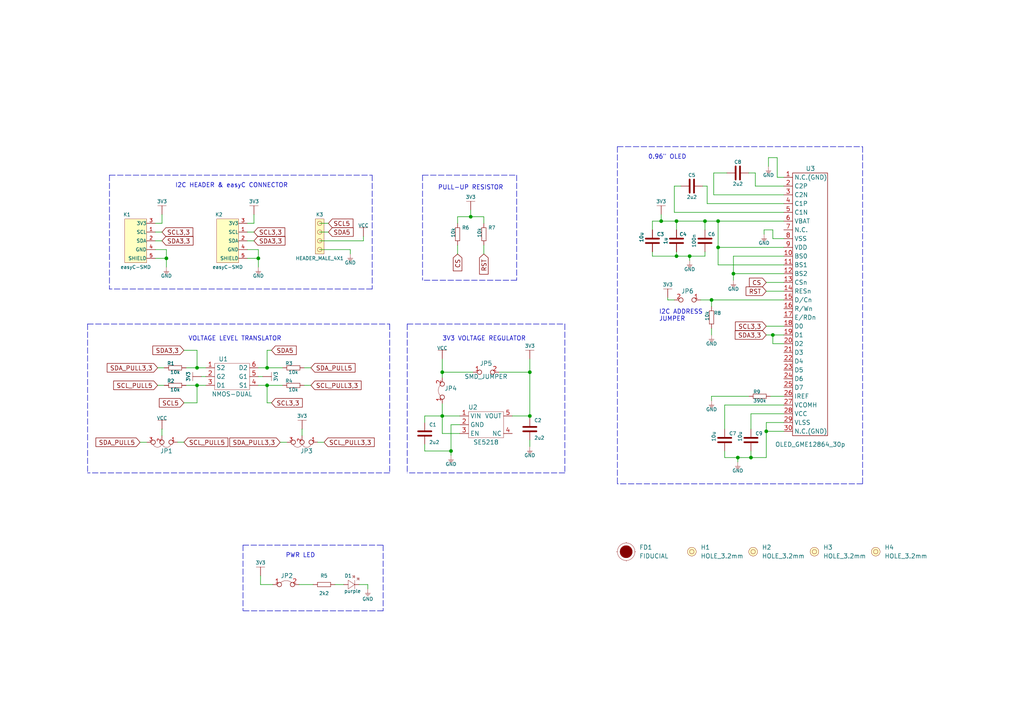
<source format=kicad_sch>
(kicad_sch (version 20210621) (generator eeschema)

  (uuid 7b8cc2f0-7e7f-4d32-9674-90a69f3770de)

  (paper "A4")

  (title_block
    (title "OLED 0.96\"")
    (date "2021-09-09")
    (rev "V1.1.1.")
    (company "SOLDERED")
    (comment 1 "333100")
  )

  (lib_symbols
    (symbol "e-radionica.com schematics:0402LED" (pin_numbers hide) (pin_names (offset 0.254) hide) (in_bom yes) (on_board yes)
      (property "Reference" "D" (id 0) (at -0.635 2.54 0)
        (effects (font (size 1 1)))
      )
      (property "Value" "0402LED" (id 1) (at 0 -2.54 0)
        (effects (font (size 1 1)))
      )
      (property "Footprint" "e-radionica.com footprinti:0402LED" (id 2) (at 0 5.08 0)
        (effects (font (size 1 1)) hide)
      )
      (property "Datasheet" "" (id 3) (at 0 0 0)
        (effects (font (size 1 1)) hide)
      )
      (symbol "0402LED_0_1"
        (polyline
          (pts
            (xy -0.635 1.27)
            (xy 1.27 0)
          )
          (stroke (width 0.0006)) (fill (type none))
        )
        (polyline
          (pts
            (xy 0.635 1.905)
            (xy 1.27 2.54)
          )
          (stroke (width 0.0006)) (fill (type none))
        )
        (polyline
          (pts
            (xy 1.27 1.27)
            (xy 1.27 -1.27)
          )
          (stroke (width 0.0006)) (fill (type none))
        )
        (polyline
          (pts
            (xy 1.905 1.27)
            (xy 2.54 1.905)
          )
          (stroke (width 0.0006)) (fill (type none))
        )
        (polyline
          (pts
            (xy -0.635 1.27)
            (xy -0.635 -1.27)
            (xy 1.27 0)
          )
          (stroke (width 0.0006)) (fill (type none))
        )
        (polyline
          (pts
            (xy 1.27 2.54)
            (xy 0.635 2.54)
            (xy 1.27 1.905)
            (xy 1.27 2.54)
          )
          (stroke (width 0.0006)) (fill (type none))
        )
        (polyline
          (pts
            (xy 2.54 1.905)
            (xy 1.905 1.905)
            (xy 2.54 1.27)
            (xy 2.54 1.905)
          )
          (stroke (width 0.0006)) (fill (type none))
        )
      )
      (symbol "0402LED_1_1"
        (pin passive line (at -1.905 0 0) (length 1.27)
          (name "A" (effects (font (size 1.27 1.27))))
          (number "1" (effects (font (size 1.27 1.27))))
        )
        (pin passive line (at 2.54 0 180) (length 1.27)
          (name "K" (effects (font (size 1.27 1.27))))
          (number "2" (effects (font (size 1.27 1.27))))
        )
      )
    )
    (symbol "e-radionica.com schematics:0402R" (pin_numbers hide) (pin_names (offset 0.254)) (in_bom yes) (on_board yes)
      (property "Reference" "R" (id 0) (at -1.905 1.27 0)
        (effects (font (size 1 1)))
      )
      (property "Value" "0402R" (id 1) (at 0 -1.27 0)
        (effects (font (size 1 1)))
      )
      (property "Footprint" "e-radionica.com footprinti:0402R" (id 2) (at -2.54 1.905 0)
        (effects (font (size 1 1)) hide)
      )
      (property "Datasheet" "" (id 3) (at -2.54 1.905 0)
        (effects (font (size 1 1)) hide)
      )
      (symbol "0402R_0_1"
        (rectangle (start -1.905 -0.635) (end 1.905 -0.6604)
          (stroke (width 0.1)) (fill (type none))
        )
        (rectangle (start -1.905 0.635) (end -1.8796 -0.635)
          (stroke (width 0.1)) (fill (type none))
        )
        (rectangle (start -1.905 0.635) (end 1.905 0.6096)
          (stroke (width 0.1)) (fill (type none))
        )
        (rectangle (start 1.905 0.635) (end 1.9304 -0.635)
          (stroke (width 0.1)) (fill (type none))
        )
      )
      (symbol "0402R_1_1"
        (pin passive line (at -3.175 0 0) (length 1.27)
          (name "~" (effects (font (size 1.27 1.27))))
          (number "1" (effects (font (size 1.27 1.27))))
        )
        (pin passive line (at 3.175 0 180) (length 1.27)
          (name "~" (effects (font (size 1.27 1.27))))
          (number "2" (effects (font (size 1.27 1.27))))
        )
      )
    )
    (symbol "e-radionica.com schematics:0603C" (pin_numbers hide) (pin_names (offset 0.002)) (in_bom yes) (on_board yes)
      (property "Reference" "C" (id 0) (at -0.635 3.175 0)
        (effects (font (size 1 1)))
      )
      (property "Value" "0603C" (id 1) (at 0 -3.175 0)
        (effects (font (size 1 1)))
      )
      (property "Footprint" "e-radionica.com footprinti:0603C" (id 2) (at 0 0 0)
        (effects (font (size 1 1)) hide)
      )
      (property "Datasheet" "" (id 3) (at 0 0 0)
        (effects (font (size 1 1)) hide)
      )
      (symbol "0603C_0_1"
        (polyline
          (pts
            (xy -0.635 1.905)
            (xy -0.635 -1.905)
          )
          (stroke (width 0.5)) (fill (type none))
        )
        (polyline
          (pts
            (xy 0.635 1.905)
            (xy 0.635 -1.905)
          )
          (stroke (width 0.5)) (fill (type none))
        )
      )
      (symbol "0603C_1_1"
        (pin passive line (at -3.175 0 0) (length 2.54)
          (name "~" (effects (font (size 1.27 1.27))))
          (number "1" (effects (font (size 1.27 1.27))))
        )
        (pin passive line (at 3.175 0 180) (length 2.54)
          (name "~" (effects (font (size 1.27 1.27))))
          (number "2" (effects (font (size 1.27 1.27))))
        )
      )
    )
    (symbol "e-radionica.com schematics:0603R" (pin_numbers hide) (pin_names (offset 0.254)) (in_bom yes) (on_board yes)
      (property "Reference" "R" (id 0) (at -1.905 1.905 0)
        (effects (font (size 1 1)))
      )
      (property "Value" "0603R" (id 1) (at 0 -1.905 0)
        (effects (font (size 1 1)))
      )
      (property "Footprint" "e-radionica.com footprinti:0603R" (id 2) (at -0.635 1.905 0)
        (effects (font (size 1 1)) hide)
      )
      (property "Datasheet" "" (id 3) (at -0.635 1.905 0)
        (effects (font (size 1 1)) hide)
      )
      (symbol "0603R_0_1"
        (rectangle (start -1.905 -0.635) (end 1.905 -0.6604)
          (stroke (width 0.1)) (fill (type none))
        )
        (rectangle (start -1.905 0.635) (end -1.8796 -0.635)
          (stroke (width 0.1)) (fill (type none))
        )
        (rectangle (start -1.905 0.635) (end 1.905 0.6096)
          (stroke (width 0.1)) (fill (type none))
        )
        (rectangle (start 1.905 0.635) (end 1.9304 -0.635)
          (stroke (width 0.1)) (fill (type none))
        )
      )
      (symbol "0603R_1_1"
        (pin passive line (at -3.175 0 0) (length 1.27)
          (name "~" (effects (font (size 1.27 1.27))))
          (number "1" (effects (font (size 1.27 1.27))))
        )
        (pin passive line (at 3.175 0 180) (length 1.27)
          (name "~" (effects (font (size 1.27 1.27))))
          (number "2" (effects (font (size 1.27 1.27))))
        )
      )
    )
    (symbol "e-radionica.com schematics:1206C" (pin_numbers hide) (in_bom yes) (on_board yes)
      (property "Reference" "C" (id 0) (at -0.635 3.175 0)
        (effects (font (size 1 1)))
      )
      (property "Value" "1206C" (id 1) (at 0 -3.175 0)
        (effects (font (size 1 1)))
      )
      (property "Footprint" "e-radionica.com footprinti:1206C" (id 2) (at 0 0 0)
        (effects (font (size 1 1)) hide)
      )
      (property "Datasheet" "" (id 3) (at 0 0 0)
        (effects (font (size 1 1)) hide)
      )
      (symbol "1206C_0_1"
        (polyline
          (pts
            (xy -0.635 1.905)
            (xy -0.635 -1.905)
          )
          (stroke (width 0.5)) (fill (type none))
        )
        (polyline
          (pts
            (xy 0.635 1.905)
            (xy 0.635 -1.905)
          )
          (stroke (width 0.5)) (fill (type none))
        )
      )
      (symbol "1206C_1_1"
        (pin passive line (at -3.175 0 0) (length 2.54)
          (name "~" (effects (font (size 1.27 1.27))))
          (number "1" (effects (font (size 1.27 1.27))))
        )
        (pin passive line (at 3.175 0 180) (length 2.54)
          (name "~" (effects (font (size 1.27 1.27))))
          (number "2" (effects (font (size 1.27 1.27))))
        )
      )
    )
    (symbol "e-radionica.com schematics:3V3" (power) (pin_names (offset 0)) (in_bom yes) (on_board yes)
      (property "Reference" "#PWR" (id 0) (at 4.445 0 0)
        (effects (font (size 1 1)) hide)
      )
      (property "Value" "3V3" (id 1) (at 0 3.556 0)
        (effects (font (size 1 1)))
      )
      (property "Footprint" "" (id 2) (at 4.445 3.81 0)
        (effects (font (size 1 1)) hide)
      )
      (property "Datasheet" "" (id 3) (at 4.445 3.81 0)
        (effects (font (size 1 1)) hide)
      )
      (property "ki_keywords" "power-flag" (id 4) (at 0 0 0)
        (effects (font (size 1.27 1.27)) hide)
      )
      (property "ki_description" "Power symbol creates a global label with name \"+3V3\"" (id 5) (at 0 0 0)
        (effects (font (size 1.27 1.27)) hide)
      )
      (symbol "3V3_0_1"
        (polyline
          (pts
            (xy -1.27 2.54)
            (xy 1.27 2.54)
          )
          (stroke (width 0.0006)) (fill (type none))
        )
        (polyline
          (pts
            (xy 0 0)
            (xy 0 2.54)
          )
          (stroke (width 0)) (fill (type none))
        )
      )
      (symbol "3V3_1_1"
        (pin power_in line (at 0 0 90) (length 0) hide
          (name "3V3" (effects (font (size 1.27 1.27))))
          (number "1" (effects (font (size 1.27 1.27))))
        )
      )
    )
    (symbol "e-radionica.com schematics:FIDUCIAL" (in_bom no) (on_board yes)
      (property "Reference" "FD" (id 0) (at 0 3.81 0)
        (effects (font (size 1.27 1.27)))
      )
      (property "Value" "FIDUCIAL" (id 1) (at 0 -3.81 0)
        (effects (font (size 1.27 1.27)))
      )
      (property "Footprint" "e-radionica.com footprinti:FIDUCIAL_23" (id 2) (at 0.254 -5.334 0)
        (effects (font (size 1.27 1.27)) hide)
      )
      (property "Datasheet" "" (id 3) (at 0 0 0)
        (effects (font (size 1.27 1.27)) hide)
      )
      (symbol "FIDUCIAL_0_1"
        (circle (center 0 0) (radius 2.54) (stroke (width 0.0006)) (fill (type none)))
        (circle (center 0 0) (radius 1.7961) (stroke (width 0.001)) (fill (type outline)))
        (polyline
          (pts
            (xy -2.54 0)
            (xy -2.794 0)
          )
          (stroke (width 0.0006)) (fill (type none))
        )
        (polyline
          (pts
            (xy 0 -2.54)
            (xy 0 -2.794)
          )
          (stroke (width 0.0006)) (fill (type none))
        )
        (polyline
          (pts
            (xy 0 2.54)
            (xy 0 2.794)
          )
          (stroke (width 0.0006)) (fill (type none))
        )
        (polyline
          (pts
            (xy 2.54 0)
            (xy 2.794 0)
          )
          (stroke (width 0.0006)) (fill (type none))
        )
      )
    )
    (symbol "e-radionica.com schematics:GND" (power) (pin_names (offset 0)) (in_bom yes) (on_board yes)
      (property "Reference" "#PWR" (id 0) (at 4.445 0 0)
        (effects (font (size 1 1)) hide)
      )
      (property "Value" "GND" (id 1) (at 0 -2.921 0)
        (effects (font (size 1 1)))
      )
      (property "Footprint" "" (id 2) (at 4.445 3.81 0)
        (effects (font (size 1 1)) hide)
      )
      (property "Datasheet" "" (id 3) (at 4.445 3.81 0)
        (effects (font (size 1 1)) hide)
      )
      (property "ki_keywords" "power-flag" (id 4) (at 0 0 0)
        (effects (font (size 1.27 1.27)) hide)
      )
      (property "ki_description" "Power symbol creates a global label with name \"GND\"" (id 5) (at 0 0 0)
        (effects (font (size 1.27 1.27)) hide)
      )
      (symbol "GND_0_1"
        (polyline
          (pts
            (xy -0.762 -1.27)
            (xy 0.762 -1.27)
          )
          (stroke (width 0.0006)) (fill (type none))
        )
        (polyline
          (pts
            (xy -0.635 -1.524)
            (xy 0.635 -1.524)
          )
          (stroke (width 0.0006)) (fill (type none))
        )
        (polyline
          (pts
            (xy -0.381 -1.778)
            (xy 0.381 -1.778)
          )
          (stroke (width 0.0006)) (fill (type none))
        )
        (polyline
          (pts
            (xy -0.127 -2.032)
            (xy 0.127 -2.032)
          )
          (stroke (width 0.0006)) (fill (type none))
        )
        (polyline
          (pts
            (xy 0 0)
            (xy 0 -1.27)
          )
          (stroke (width 0.0006)) (fill (type none))
        )
      )
      (symbol "GND_1_1"
        (pin power_in line (at 0 0 270) (length 0) hide
          (name "GND" (effects (font (size 1.27 1.27))))
          (number "1" (effects (font (size 1.27 1.27))))
        )
      )
    )
    (symbol "e-radionica.com schematics:GND_3" (power) (pin_names (offset 0)) (in_bom yes) (on_board yes)
      (property "Reference" "#PWR" (id 0) (at 4.445 0 0)
        (effects (font (size 1 1)) hide)
      )
      (property "Value" "GND" (id 1) (at 0 -2.921 0)
        (effects (font (size 1 1)))
      )
      (property "Footprint" "" (id 2) (at 4.445 3.81 0)
        (effects (font (size 1 1)) hide)
      )
      (property "Datasheet" "" (id 3) (at 4.445 3.81 0)
        (effects (font (size 1 1)) hide)
      )
      (property "ki_keywords" "power-flag" (id 4) (at 0 0 0)
        (effects (font (size 1.27 1.27)) hide)
      )
      (property "ki_description" "Power symbol creates a global label with name \"+3V3\"" (id 5) (at 0 0 0)
        (effects (font (size 1.27 1.27)) hide)
      )
      (symbol "GND_3_0_1"
        (polyline
          (pts
            (xy -0.762 -1.27)
            (xy 0.762 -1.27)
          )
          (stroke (width 0.0006)) (fill (type none))
        )
        (polyline
          (pts
            (xy -0.635 -1.524)
            (xy 0.635 -1.524)
          )
          (stroke (width 0.0006)) (fill (type none))
        )
        (polyline
          (pts
            (xy -0.381 -1.778)
            (xy 0.381 -1.778)
          )
          (stroke (width 0.0006)) (fill (type none))
        )
        (polyline
          (pts
            (xy -0.127 -2.032)
            (xy 0.127 -2.032)
          )
          (stroke (width 0.0006)) (fill (type none))
        )
        (polyline
          (pts
            (xy 0 0)
            (xy 0 -1.27)
          )
          (stroke (width 0.0006)) (fill (type none))
        )
      )
      (symbol "GND_3_1_1"
        (pin power_in line (at 0 0 270) (length 0) hide
          (name "GND" (effects (font (size 1.27 1.27))))
          (number "1" (effects (font (size 1.27 1.27))))
        )
      )
    )
    (symbol "e-radionica.com schematics:HEADER_MALE_4X1" (pin_numbers hide) (pin_names hide) (in_bom yes) (on_board yes)
      (property "Reference" "K" (id 0) (at -0.635 7.62 0)
        (effects (font (size 1 1)))
      )
      (property "Value" "HEADER_MALE_4X1" (id 1) (at 0 -5.08 0)
        (effects (font (size 1 1)))
      )
      (property "Footprint" "e-radionica.com footprinti:HEADER_MALE_4X1" (id 2) (at 0 -2.54 0)
        (effects (font (size 1 1)) hide)
      )
      (property "Datasheet" "" (id 3) (at 0 -2.54 0)
        (effects (font (size 1 1)) hide)
      )
      (symbol "HEADER_MALE_4X1_0_1"
        (circle (center 0 -2.54) (radius 0.635) (stroke (width 0.0006)) (fill (type none)))
        (circle (center 0 0) (radius 0.635) (stroke (width 0.0006)) (fill (type none)))
        (circle (center 0 2.54) (radius 0.635) (stroke (width 0.0006)) (fill (type none)))
        (circle (center 0 5.08) (radius 0.635) (stroke (width 0.0006)) (fill (type none)))
        (rectangle (start 1.27 -3.81) (end -1.27 6.35)
          (stroke (width 0.001)) (fill (type background))
        )
      )
      (symbol "HEADER_MALE_4X1_1_1"
        (pin passive line (at 0 -2.54 180) (length 0)
          (name "~" (effects (font (size 1 1))))
          (number "1" (effects (font (size 1 1))))
        )
        (pin passive line (at 0 0 180) (length 0)
          (name "~" (effects (font (size 1 1))))
          (number "2" (effects (font (size 1 1))))
        )
        (pin passive line (at 0 2.54 180) (length 0)
          (name "~" (effects (font (size 1 1))))
          (number "3" (effects (font (size 1 1))))
        )
        (pin passive line (at 0 5.08 180) (length 0)
          (name "~" (effects (font (size 1 1))))
          (number "4" (effects (font (size 1 1))))
        )
      )
    )
    (symbol "e-radionica.com schematics:HOLE_3.2mm" (pin_numbers hide) (pin_names hide) (in_bom yes) (on_board yes)
      (property "Reference" "H" (id 0) (at 0 2.54 0)
        (effects (font (size 1.27 1.27)))
      )
      (property "Value" "HOLE_3.2mm" (id 1) (at 0 -2.54 0)
        (effects (font (size 1.27 1.27)))
      )
      (property "Footprint" "e-radionica.com footprinti:HOLE_3.2mm" (id 2) (at 0 0 0)
        (effects (font (size 1.27 1.27)) hide)
      )
      (property "Datasheet" "" (id 3) (at 0 0 0)
        (effects (font (size 1.27 1.27)) hide)
      )
      (symbol "HOLE_3.2mm_0_1"
        (circle (center 0 0) (radius 0.635) (stroke (width 0.0006)) (fill (type none)))
        (circle (center 0 0) (radius 1.27) (stroke (width 0.001)) (fill (type background)))
      )
    )
    (symbol "e-radionica.com schematics:NMOS-DUAL" (in_bom yes) (on_board yes)
      (property "Reference" "U" (id 0) (at -3.81 5.08 0)
        (effects (font (size 1.27 1.27)))
      )
      (property "Value" "NMOS-DUAL" (id 1) (at 0 -5.08 0)
        (effects (font (size 1.27 1.27)))
      )
      (property "Footprint" "e-radionica.com footprinti:SOT-363" (id 2) (at 0 -7.62 0)
        (effects (font (size 1.27 1.27)) hide)
      )
      (property "Datasheet" "" (id 3) (at 0 -2.54 0)
        (effects (font (size 1.27 1.27)) hide)
      )
      (symbol "NMOS-DUAL_0_1"
        (rectangle (start -5.08 3.81) (end 5.08 -3.81)
          (stroke (width 0.0006)) (fill (type none))
        )
      )
      (symbol "NMOS-DUAL_1_1"
        (pin input line (at -7.62 2.54 0) (length 2.54)
          (name "S2" (effects (font (size 1.27 1.27))))
          (number "1" (effects (font (size 1.27 1.27))))
        )
        (pin input line (at -7.62 0 0) (length 2.54)
          (name "G2" (effects (font (size 1.27 1.27))))
          (number "2" (effects (font (size 1.27 1.27))))
        )
        (pin input line (at -7.62 -2.54 0) (length 2.54)
          (name "D1" (effects (font (size 1.27 1.27))))
          (number "3" (effects (font (size 1.27 1.27))))
        )
        (pin input line (at 7.62 -2.54 180) (length 2.54)
          (name "S1" (effects (font (size 1.27 1.27))))
          (number "4" (effects (font (size 1.27 1.27))))
        )
        (pin input line (at 7.62 0 180) (length 2.54)
          (name "G1" (effects (font (size 1.27 1.27))))
          (number "5" (effects (font (size 1.27 1.27))))
        )
        (pin input line (at 7.62 2.54 180) (length 2.54)
          (name "D2" (effects (font (size 1.27 1.27))))
          (number "6" (effects (font (size 1.27 1.27))))
        )
      )
    )
    (symbol "e-radionica.com schematics:OLED_GME12864_30p" (in_bom yes) (on_board yes)
      (property "Reference" "U" (id 0) (at -1.27 39.37 0)
        (effects (font (size 1.27 1.27)))
      )
      (property "Value" "OLED_GME12864_30p" (id 1) (at 0 -39.37 0)
        (effects (font (size 1.27 1.27)))
      )
      (property "Footprint" "e-radionica.com footprinti:OLED_GME128x64_30p" (id 2) (at 5.08 0 0)
        (effects (font (size 1.27 1.27)) hide)
      )
      (property "Datasheet" "" (id 3) (at 5.08 0 0)
        (effects (font (size 1.27 1.27)) hide)
      )
      (property "ki_keywords" "OLED 128x64" (id 4) (at 0 0 0)
        (effects (font (size 1.27 1.27)) hide)
      )
      (property "ki_description" "OLED 30PIN 128x64 0.7mm pitch" (id 5) (at 0 0 0)
        (effects (font (size 1.27 1.27)) hide)
      )
      (symbol "OLED_GME12864_30p_0_1"
        (rectangle (start -5.08 38.1) (end 5.08 -38.1)
          (stroke (width 0.1524)) (fill (type none))
        )
      )
      (symbol "OLED_GME12864_30p_1_1"
        (pin power_out line (at -7.62 36.83 0) (length 2.54)
          (name "N.C.(GND)" (effects (font (size 1.27 1.27))))
          (number "1" (effects (font (size 1.27 1.27))))
        )
        (pin bidirectional line (at -7.62 13.97 0) (length 2.54)
          (name "BS0" (effects (font (size 1.27 1.27))))
          (number "10" (effects (font (size 1.27 1.27))))
        )
        (pin bidirectional line (at -7.62 11.43 0) (length 2.54)
          (name "BS1" (effects (font (size 1.27 1.27))))
          (number "11" (effects (font (size 1.27 1.27))))
        )
        (pin bidirectional line (at -7.62 8.89 0) (length 2.54)
          (name "BS2" (effects (font (size 1.27 1.27))))
          (number "12" (effects (font (size 1.27 1.27))))
        )
        (pin bidirectional line (at -7.62 6.35 0) (length 2.54)
          (name "CSn" (effects (font (size 1.27 1.27))))
          (number "13" (effects (font (size 1.27 1.27))))
        )
        (pin bidirectional line (at -7.62 3.81 0) (length 2.54)
          (name "RESn" (effects (font (size 1.27 1.27))))
          (number "14" (effects (font (size 1.27 1.27))))
        )
        (pin bidirectional line (at -7.62 1.27 0) (length 2.54)
          (name "D/Cn" (effects (font (size 1.27 1.27))))
          (number "15" (effects (font (size 1.27 1.27))))
        )
        (pin bidirectional line (at -7.62 -1.27 0) (length 2.54)
          (name "R/Wn" (effects (font (size 1.27 1.27))))
          (number "16" (effects (font (size 1.27 1.27))))
        )
        (pin bidirectional line (at -7.62 -3.81 0) (length 2.54)
          (name "E/RDn" (effects (font (size 1.27 1.27))))
          (number "17" (effects (font (size 1.27 1.27))))
        )
        (pin bidirectional line (at -7.62 -6.35 0) (length 2.54)
          (name "D0" (effects (font (size 1.27 1.27))))
          (number "18" (effects (font (size 1.27 1.27))))
        )
        (pin bidirectional line (at -7.62 -8.89 0) (length 2.54)
          (name "D1" (effects (font (size 1.27 1.27))))
          (number "19" (effects (font (size 1.27 1.27))))
        )
        (pin bidirectional line (at -7.62 34.29 0) (length 2.54)
          (name "C2P" (effects (font (size 1.27 1.27))))
          (number "2" (effects (font (size 1.27 1.27))))
        )
        (pin bidirectional line (at -7.62 -11.43 0) (length 2.54)
          (name "D2" (effects (font (size 1.27 1.27))))
          (number "20" (effects (font (size 1.27 1.27))))
        )
        (pin bidirectional line (at -7.62 -13.97 0) (length 2.54)
          (name "D3" (effects (font (size 1.27 1.27))))
          (number "21" (effects (font (size 1.27 1.27))))
        )
        (pin bidirectional line (at -7.62 -16.51 0) (length 2.54)
          (name "D4" (effects (font (size 1.27 1.27))))
          (number "22" (effects (font (size 1.27 1.27))))
        )
        (pin bidirectional line (at -7.62 -19.05 0) (length 2.54)
          (name "D5" (effects (font (size 1.27 1.27))))
          (number "23" (effects (font (size 1.27 1.27))))
        )
        (pin bidirectional line (at -7.62 -21.59 0) (length 2.54)
          (name "D6" (effects (font (size 1.27 1.27))))
          (number "24" (effects (font (size 1.27 1.27))))
        )
        (pin bidirectional line (at -7.62 -24.13 0) (length 2.54)
          (name "D7" (effects (font (size 1.27 1.27))))
          (number "25" (effects (font (size 1.27 1.27))))
        )
        (pin bidirectional line (at -7.62 -26.67 0) (length 2.54)
          (name "IREF" (effects (font (size 1.27 1.27))))
          (number "26" (effects (font (size 1.27 1.27))))
        )
        (pin bidirectional line (at -7.62 -29.21 0) (length 2.54)
          (name "VCOMH" (effects (font (size 1.27 1.27))))
          (number "27" (effects (font (size 1.27 1.27))))
        )
        (pin power_in line (at -7.62 -31.75 0) (length 2.54)
          (name "VCC" (effects (font (size 1.27 1.27))))
          (number "28" (effects (font (size 1.27 1.27))))
        )
        (pin bidirectional line (at -7.62 -34.29 0) (length 2.54)
          (name "VLSS" (effects (font (size 1.27 1.27))))
          (number "29" (effects (font (size 1.27 1.27))))
        )
        (pin bidirectional line (at -7.62 31.75 0) (length 2.54)
          (name "C2N" (effects (font (size 1.27 1.27))))
          (number "3" (effects (font (size 1.27 1.27))))
        )
        (pin power_out line (at -7.62 -36.83 0) (length 2.54)
          (name "N.C.(GND)" (effects (font (size 1.27 1.27))))
          (number "30" (effects (font (size 1.27 1.27))))
        )
        (pin bidirectional line (at -7.62 29.21 0) (length 2.54)
          (name "C1P" (effects (font (size 1.27 1.27))))
          (number "4" (effects (font (size 1.27 1.27))))
        )
        (pin bidirectional line (at -7.62 26.67 0) (length 2.54)
          (name "C1N" (effects (font (size 1.27 1.27))))
          (number "5" (effects (font (size 1.27 1.27))))
        )
        (pin bidirectional line (at -7.62 24.13 0) (length 2.54)
          (name "VBAT" (effects (font (size 1.27 1.27))))
          (number "6" (effects (font (size 1.27 1.27))))
        )
        (pin bidirectional line (at -7.62 21.59 0) (length 2.54)
          (name "N.C." (effects (font (size 1.27 1.27))))
          (number "7" (effects (font (size 1.27 1.27))))
        )
        (pin power_out line (at -7.62 19.05 0) (length 2.54)
          (name "VSS" (effects (font (size 1.27 1.27))))
          (number "8" (effects (font (size 1.27 1.27))))
        )
        (pin power_in line (at -7.62 16.51 0) (length 2.54)
          (name "VDD" (effects (font (size 1.27 1.27))))
          (number "9" (effects (font (size 1.27 1.27))))
        )
      )
    )
    (symbol "e-radionica.com schematics:SE5218" (in_bom yes) (on_board yes)
      (property "Reference" "U" (id 0) (at -3.81 5.08 0)
        (effects (font (size 1.27 1.27)))
      )
      (property "Value" "SE5218" (id 1) (at 0 -5.08 0)
        (effects (font (size 1.27 1.27)))
      )
      (property "Footprint" "e-radionica.com footprinti:SOT-23-5" (id 2) (at 0 0 0)
        (effects (font (size 1.27 1.27)) hide)
      )
      (property "Datasheet" "" (id 3) (at 0 0 0)
        (effects (font (size 1.27 1.27)) hide)
      )
      (symbol "SE5218_0_1"
        (rectangle (start -5.08 3.81) (end 5.08 -3.81)
          (stroke (width 0.0006)) (fill (type none))
        )
      )
      (symbol "SE5218_1_1"
        (pin power_in line (at -7.62 2.54 0) (length 2.54)
          (name "VIN" (effects (font (size 1.27 1.27))))
          (number "1" (effects (font (size 1.27 1.27))))
        )
        (pin power_in line (at -7.62 0 0) (length 2.54)
          (name "GND" (effects (font (size 1.27 1.27))))
          (number "2" (effects (font (size 1.27 1.27))))
        )
        (pin input line (at -7.62 -2.54 0) (length 2.54)
          (name "EN" (effects (font (size 1.27 1.27))))
          (number "3" (effects (font (size 1.27 1.27))))
        )
        (pin passive line (at 7.62 -2.54 180) (length 2.54)
          (name "NC" (effects (font (size 1.27 1.27))))
          (number "4" (effects (font (size 1.27 1.27))))
        )
        (pin power_out line (at 7.62 2.54 180) (length 2.54)
          (name "VOUT" (effects (font (size 1.27 1.27))))
          (number "5" (effects (font (size 1.27 1.27))))
        )
      )
    )
    (symbol "e-radionica.com schematics:SMD-JUMPER-CONNECTED_TRACE_SLODERMASK" (in_bom yes) (on_board yes)
      (property "Reference" "JP" (id 0) (at 0 3.556 0)
        (effects (font (size 1.27 1.27)))
      )
      (property "Value" "SMD-JUMPER-CONNECTED_TRACE_SLODERMASK" (id 1) (at 0 -2.54 0)
        (effects (font (size 1.27 1.27)))
      )
      (property "Footprint" "e-radionica.com footprinti:SMD-JUMPER-CONNECTED_TRACE_SLODERMASK" (id 2) (at 0 -5.715 0)
        (effects (font (size 1.27 1.27)) hide)
      )
      (property "Datasheet" "" (id 3) (at 0 0 0)
        (effects (font (size 1.27 1.27)) hide)
      )
      (symbol "SMD-JUMPER-CONNECTED_TRACE_SLODERMASK_0_1"
        (arc (start -1.8034 0.5588) (end 1.397 0.5842) (radius (at -0.1875 -1.4124) (length 2.5489) (angles 129.3 51.6))
          (stroke (width 0.0006)) (fill (type none))
        )
      )
      (symbol "SMD-JUMPER-CONNECTED_TRACE_SLODERMASK_1_1"
        (pin passive inverted (at -4.064 0 0) (length 2.54)
          (name "" (effects (font (size 1.27 1.27))))
          (number "1" (effects (font (size 1.27 1.27))))
        )
        (pin passive inverted (at 3.556 0 180) (length 2.54)
          (name "" (effects (font (size 1.27 1.27))))
          (number "2" (effects (font (size 1.27 1.27))))
        )
      )
    )
    (symbol "e-radionica.com schematics:SMD_JUMPER" (in_bom yes) (on_board yes)
      (property "Reference" "JP" (id 0) (at 0 1.397 0)
        (effects (font (size 1.27 1.27)))
      )
      (property "Value" "SMD_JUMPER" (id 1) (at 0.508 -3.048 0)
        (effects (font (size 1.27 1.27)))
      )
      (property "Footprint" "e-radionica.com footprinti:SMD_JUMPER" (id 2) (at 0 0 0)
        (effects (font (size 1.27 1.27)) hide)
      )
      (property "Datasheet" "" (id 3) (at 0 0 0)
        (effects (font (size 1.27 1.27)) hide)
      )
      (symbol "SMD_JUMPER_1_1"
        (pin passive inverted (at -3.81 0 0) (length 2.54)
          (name "" (effects (font (size 1.27 1.27))))
          (number "1" (effects (font (size 1.27 1.27))))
        )
        (pin passive inverted (at 3.81 0 180) (length 2.54)
          (name "" (effects (font (size 1.27 1.27))))
          (number "2" (effects (font (size 1.27 1.27))))
        )
      )
    )
    (symbol "e-radionica.com schematics:SMD_JUMPER_3_PAD_TRACE" (in_bom yes) (on_board yes)
      (property "Reference" "JP" (id 0) (at 0.0254 5.461 0)
        (effects (font (size 1.27 1.27)))
      )
      (property "Value" "SMD_JUMPER_3_PAD_TRACE" (id 1) (at 0.3048 -4.572 0)
        (effects (font (size 1.27 1.27)))
      )
      (property "Footprint" "e-radionica.com footprinti:SMD_JUMPER_3_PAD_TRACE" (id 2) (at 0 -1.27 0)
        (effects (font (size 1.27 1.27)) hide)
      )
      (property "Datasheet" "" (id 3) (at 0 0 0)
        (effects (font (size 1.27 1.27)) hide)
      )
      (symbol "SMD_JUMPER_3_PAD_TRACE_0_1"
        (arc (start -2.6162 0.6096) (end 0 0.5842) (radius (at -1.3133 0.057) (length 1.4152) (angles 157 21.9))
          (stroke (width 0.0006)) (fill (type none))
        )
        (arc (start 0 0.6096) (end 2.5908 0.6604) (radius (at 1.308 -0.0085) (length 1.4467) (angles 154.7 27.5))
          (stroke (width 0.0006)) (fill (type none))
        )
      )
      (symbol "SMD_JUMPER_3_PAD_TRACE_1_1"
        (pin passive inverted (at -4.5212 -0.0254 0) (length 2.54)
          (name "" (effects (font (size 1 1))))
          (number "1" (effects (font (size 1 1))))
        )
        (pin passive inverted (at 0.0254 -1.9304 90) (length 2.54)
          (name "" (effects (font (size 1 1))))
          (number "2" (effects (font (size 1 1))))
        )
        (pin passive inverted (at 4.4704 0 180) (length 2.54)
          (name "" (effects (font (size 1 1))))
          (number "3" (effects (font (size 1 1))))
        )
      )
    )
    (symbol "e-radionica.com schematics:VCC" (power) (pin_names (offset 0)) (in_bom yes) (on_board yes)
      (property "Reference" "#PWR" (id 0) (at 4.445 0 0)
        (effects (font (size 1 1)) hide)
      )
      (property "Value" "VCC" (id 1) (at 0 3.556 0)
        (effects (font (size 1 1)))
      )
      (property "Footprint" "" (id 2) (at 4.445 3.81 0)
        (effects (font (size 1 1)) hide)
      )
      (property "Datasheet" "" (id 3) (at 4.445 3.81 0)
        (effects (font (size 1 1)) hide)
      )
      (property "ki_keywords" "power-flag" (id 4) (at 0 0 0)
        (effects (font (size 1.27 1.27)) hide)
      )
      (property "ki_description" "Power symbol creates a global label with name \"VCC\"" (id 5) (at 0 0 0)
        (effects (font (size 1.27 1.27)) hide)
      )
      (symbol "VCC_0_1"
        (polyline
          (pts
            (xy -1.27 2.54)
            (xy 1.27 2.54)
          )
          (stroke (width 0.0006)) (fill (type none))
        )
        (polyline
          (pts
            (xy 0 0)
            (xy 0 2.54)
          )
          (stroke (width 0)) (fill (type none))
        )
      )
      (symbol "VCC_1_1"
        (pin power_in line (at 0 0 90) (length 0) hide
          (name "VCC" (effects (font (size 1.27 1.27))))
          (number "1" (effects (font (size 1.27 1.27))))
        )
      )
    )
    (symbol "e-radionica.com schematics:easyC-SMD" (pin_names (offset 0.002)) (in_bom yes) (on_board yes)
      (property "Reference" "K" (id 0) (at -2.54 10.16 0)
        (effects (font (size 1 1)))
      )
      (property "Value" "easyC-SMD" (id 1) (at 0 -5.08 0)
        (effects (font (size 1 1)))
      )
      (property "Footprint" "e-radionica.com footprinti:easyC-connector" (id 2) (at 3.175 2.54 0)
        (effects (font (size 1 1)) hide)
      )
      (property "Datasheet" "" (id 3) (at 3.175 2.54 0)
        (effects (font (size 1 1)) hide)
      )
      (symbol "easyC-SMD_0_1"
        (rectangle (start -3.175 8.89) (end 3.175 -3.81)
          (stroke (width 0.001)) (fill (type background))
        )
      )
      (symbol "easyC-SMD_1_1"
        (pin passive line (at 5.715 5.08 180) (length 2.54)
          (name "SCL" (effects (font (size 1 1))))
          (number "1" (effects (font (size 1 1))))
        )
        (pin passive line (at 5.715 2.54 180) (length 2.54)
          (name "SDA" (effects (font (size 1 1))))
          (number "2" (effects (font (size 1 1))))
        )
        (pin passive line (at 5.715 7.62 180) (length 2.54)
          (name "3V3" (effects (font (size 1 1))))
          (number "3" (effects (font (size 1 1))))
        )
        (pin passive line (at 5.715 0 180) (length 2.54)
          (name "GND" (effects (font (size 1 1))))
          (number "4" (effects (font (size 1 1))))
        )
        (pin passive line (at 5.715 -2.54 180) (length 2.54)
          (name "SHIELD" (effects (font (size 1 1))))
          (number "5" (effects (font (size 1 1))))
        )
      )
    )
  )

  (junction (at 48.26 74.93) (diameter 0.9144) (color 0 0 0 0))
  (junction (at 57.15 106.68) (diameter 0.9144) (color 0 0 0 0))
  (junction (at 57.15 111.76) (diameter 0.9144) (color 0 0 0 0))
  (junction (at 74.93 74.93) (diameter 0.9144) (color 0 0 0 0))
  (junction (at 77.47 106.68) (diameter 0.9144) (color 0 0 0 0))
  (junction (at 77.47 111.76) (diameter 0.9144) (color 0 0 0 0))
  (junction (at 128.27 107.95) (diameter 0.9144) (color 0 0 0 0))
  (junction (at 128.27 120.65) (diameter 0.9144) (color 0 0 0 0))
  (junction (at 130.81 130.81) (diameter 0.9144) (color 0 0 0 0))
  (junction (at 136.525 62.865) (diameter 0.9144) (color 0 0 0 0))
  (junction (at 153.67 107.95) (diameter 0.9144) (color 0 0 0 0))
  (junction (at 153.67 120.65) (diameter 0.9144) (color 0 0 0 0))
  (junction (at 191.77 64.135) (diameter 0.9144) (color 0 0 0 0))
  (junction (at 196.215 64.135) (diameter 0.9144) (color 0 0 0 0))
  (junction (at 196.215 74.295) (diameter 0.9144) (color 0 0 0 0))
  (junction (at 200.025 74.295) (diameter 0.9144) (color 0 0 0 0))
  (junction (at 204.47 64.135) (diameter 0.9144) (color 0 0 0 0))
  (junction (at 206.375 86.995) (diameter 0.9144) (color 0 0 0 0))
  (junction (at 208.28 64.135) (diameter 0.9144) (color 0 0 0 0))
  (junction (at 208.28 71.755) (diameter 0.9144) (color 0 0 0 0))
  (junction (at 212.725 79.375) (diameter 0.9144) (color 0 0 0 0))
  (junction (at 213.995 132.715) (diameter 0.9144) (color 0 0 0 0))
  (junction (at 217.805 132.715) (diameter 0.9144) (color 0 0 0 0))
  (junction (at 222.25 125.095) (diameter 0.9144) (color 0 0 0 0))
  (junction (at 224.155 97.155) (diameter 0.9144) (color 0 0 0 0))

  (wire (pts (xy 40.64 128.27) (xy 42.5196 128.27))
    (stroke (width 0) (type solid) (color 0 0 0 0))
    (uuid a702a6ab-2779-46b8-bf43-debaeb745fb9)
  )
  (wire (pts (xy 45.085 64.77) (xy 46.99 64.77))
    (stroke (width 0) (type solid) (color 0 0 0 0))
    (uuid ee77ad7f-e6ec-46b3-ad60-edd77de5b971)
  )
  (wire (pts (xy 45.085 67.31) (xy 46.99 67.31))
    (stroke (width 0) (type solid) (color 0 0 0 0))
    (uuid b60ac3bb-56ee-4fd5-b765-d1bce6fabe28)
  )
  (wire (pts (xy 45.085 69.85) (xy 46.99 69.85))
    (stroke (width 0) (type solid) (color 0 0 0 0))
    (uuid 7421e4a1-40ab-4a44-b4b8-26c372d53411)
  )
  (wire (pts (xy 45.085 72.39) (xy 48.26 72.39))
    (stroke (width 0) (type solid) (color 0 0 0 0))
    (uuid ecc12405-7197-4b29-835e-0fdfeca7ad26)
  )
  (wire (pts (xy 45.085 74.93) (xy 48.26 74.93))
    (stroke (width 0) (type solid) (color 0 0 0 0))
    (uuid 5831898e-1174-48ab-9984-39e41ffa05b1)
  )
  (wire (pts (xy 45.72 106.68) (xy 47.625 106.68))
    (stroke (width 0) (type solid) (color 0 0 0 0))
    (uuid e1c91165-aa95-44a5-9630-c3677e48cdc0)
  )
  (wire (pts (xy 45.72 111.76) (xy 47.625 111.76))
    (stroke (width 0) (type solid) (color 0 0 0 0))
    (uuid c825d022-3ffa-43ed-9453-8c9701e6f675)
  )
  (wire (pts (xy 46.9646 124.46) (xy 46.99 124.46))
    (stroke (width 0) (type solid) (color 0 0 0 0))
    (uuid 1651dd5a-84bc-4471-a27e-6341b450c281)
  )
  (wire (pts (xy 46.9646 126.3396) (xy 46.9646 124.46))
    (stroke (width 0) (type solid) (color 0 0 0 0))
    (uuid 08e96392-5db2-4e6e-a77d-1971de20da92)
  )
  (wire (pts (xy 46.99 64.77) (xy 46.99 62.23))
    (stroke (width 0) (type solid) (color 0 0 0 0))
    (uuid 10496706-33e4-419a-8fe7-325339b8ee42)
  )
  (wire (pts (xy 48.26 72.39) (xy 48.26 74.93))
    (stroke (width 0) (type solid) (color 0 0 0 0))
    (uuid 08326bdf-62a9-41a2-bb1b-50167f883e05)
  )
  (wire (pts (xy 48.26 74.93) (xy 48.26 77.47))
    (stroke (width 0) (type solid) (color 0 0 0 0))
    (uuid b79de07a-a834-410b-aa15-6a0eb8502293)
  )
  (wire (pts (xy 51.5112 128.2446) (xy 53.34 128.2446))
    (stroke (width 0) (type solid) (color 0 0 0 0))
    (uuid 1b02869b-14cc-488f-825c-b270c009bb11)
  )
  (wire (pts (xy 53.34 101.6) (xy 57.15 101.6))
    (stroke (width 0) (type solid) (color 0 0 0 0))
    (uuid a040aa8a-a0b3-4f54-94fb-12746f745c86)
  )
  (wire (pts (xy 53.34 116.84) (xy 57.15 116.84))
    (stroke (width 0) (type solid) (color 0 0 0 0))
    (uuid a53d39f1-6ce6-4b27-b710-03ed9597c10d)
  )
  (wire (pts (xy 53.34 128.2446) (xy 53.34 128.27))
    (stroke (width 0) (type solid) (color 0 0 0 0))
    (uuid 48134a2d-81ac-407a-8a21-7289d9c2c95d)
  )
  (wire (pts (xy 53.975 106.68) (xy 57.15 106.68))
    (stroke (width 0) (type solid) (color 0 0 0 0))
    (uuid 3b22af4b-5c25-4508-8f38-4fc0d1386ac0)
  )
  (wire (pts (xy 53.975 111.76) (xy 57.15 111.76))
    (stroke (width 0) (type solid) (color 0 0 0 0))
    (uuid 9b54e651-5dc3-4180-95e6-09d7f38e2a92)
  )
  (wire (pts (xy 57.15 101.6) (xy 57.15 106.68))
    (stroke (width 0) (type solid) (color 0 0 0 0))
    (uuid 8f2cfe7b-3fce-46c0-ba81-a76020fc404f)
  )
  (wire (pts (xy 57.15 106.68) (xy 59.69 106.68))
    (stroke (width 0) (type solid) (color 0 0 0 0))
    (uuid 373bc336-0885-4ea6-aaee-e409fe6638ab)
  )
  (wire (pts (xy 57.15 111.76) (xy 59.69 111.76))
    (stroke (width 0) (type solid) (color 0 0 0 0))
    (uuid 709e743d-6fa1-4756-b091-c14151d86d8d)
  )
  (wire (pts (xy 57.15 116.84) (xy 57.15 111.76))
    (stroke (width 0) (type solid) (color 0 0 0 0))
    (uuid ac89fa16-7678-4aa4-b167-9b912838177d)
  )
  (wire (pts (xy 58.42 109.22) (xy 59.69 109.22))
    (stroke (width 0) (type solid) (color 0 0 0 0))
    (uuid d0f2769b-68aa-4d7b-9e37-895b1e3d8b16)
  )
  (wire (pts (xy 71.755 64.77) (xy 73.66 64.77))
    (stroke (width 0) (type solid) (color 0 0 0 0))
    (uuid 83e407b7-53cd-4808-a3c0-90f84a4d7e93)
  )
  (wire (pts (xy 71.755 67.31) (xy 73.66 67.31))
    (stroke (width 0) (type solid) (color 0 0 0 0))
    (uuid 538af7ff-9deb-4961-ab05-401326fbba8a)
  )
  (wire (pts (xy 71.755 69.85) (xy 73.66 69.85))
    (stroke (width 0) (type solid) (color 0 0 0 0))
    (uuid 944c8228-cf51-46cd-9ca4-98bf063e352b)
  )
  (wire (pts (xy 71.755 72.39) (xy 74.93 72.39))
    (stroke (width 0) (type solid) (color 0 0 0 0))
    (uuid 664455ab-936c-4bb9-b43b-f3d7e7e263f0)
  )
  (wire (pts (xy 71.755 74.93) (xy 74.93 74.93))
    (stroke (width 0) (type solid) (color 0 0 0 0))
    (uuid d9775c58-cf4f-4fc3-9d4e-e8936318ee21)
  )
  (wire (pts (xy 73.66 64.77) (xy 73.66 62.23))
    (stroke (width 0) (type solid) (color 0 0 0 0))
    (uuid db584494-42d0-42b0-916d-9f04dbec781c)
  )
  (wire (pts (xy 74.93 72.39) (xy 74.93 74.93))
    (stroke (width 0) (type solid) (color 0 0 0 0))
    (uuid 439e4490-b674-4c3c-90f6-f90d493be057)
  )
  (wire (pts (xy 74.93 74.93) (xy 74.93 77.47))
    (stroke (width 0) (type solid) (color 0 0 0 0))
    (uuid 1617bedf-bd73-4106-b897-ca7e1cc27c17)
  )
  (wire (pts (xy 74.93 106.68) (xy 77.47 106.68))
    (stroke (width 0) (type solid) (color 0 0 0 0))
    (uuid 56695954-ed8d-4d91-9be0-e0e87b551b49)
  )
  (wire (pts (xy 74.93 109.22) (xy 76.2 109.22))
    (stroke (width 0) (type solid) (color 0 0 0 0))
    (uuid 2e819e1b-1294-45b9-afbd-3c914620c54b)
  )
  (wire (pts (xy 74.93 111.76) (xy 77.47 111.76))
    (stroke (width 0) (type solid) (color 0 0 0 0))
    (uuid be9ec683-29e6-462a-a048-639462f9eb69)
  )
  (wire (pts (xy 75.565 169.545) (xy 75.565 167.005))
    (stroke (width 0) (type solid) (color 0 0 0 0))
    (uuid d93ebba5-b090-476a-a9ab-52d72a51cb91)
  )
  (wire (pts (xy 77.47 101.6) (xy 77.47 106.68))
    (stroke (width 0) (type solid) (color 0 0 0 0))
    (uuid 59f46cf8-ac9c-44a0-b1f8-42ea580b2d5a)
  )
  (wire (pts (xy 77.47 106.68) (xy 81.915 106.68))
    (stroke (width 0) (type solid) (color 0 0 0 0))
    (uuid 66df344e-7986-4d2b-baaa-418e1423d763)
  )
  (wire (pts (xy 77.47 111.76) (xy 81.915 111.76))
    (stroke (width 0) (type solid) (color 0 0 0 0))
    (uuid a63dedcb-713b-448a-9414-f422cdebecb5)
  )
  (wire (pts (xy 77.47 116.84) (xy 77.47 111.76))
    (stroke (width 0) (type solid) (color 0 0 0 0))
    (uuid 2fa5adde-d0f0-44ea-b9f3-eb190917c4b5)
  )
  (wire (pts (xy 78.74 101.6) (xy 77.47 101.6))
    (stroke (width 0) (type solid) (color 0 0 0 0))
    (uuid 24a518d5-118e-4c44-baa6-1e92cc217508)
  )
  (wire (pts (xy 78.74 116.84) (xy 77.47 116.84))
    (stroke (width 0) (type solid) (color 0 0 0 0))
    (uuid a87187e8-6f5d-4d7e-abac-5e8dd876751a)
  )
  (wire (pts (xy 79.121 169.545) (xy 75.565 169.545))
    (stroke (width 0) (type solid) (color 0 0 0 0))
    (uuid 28686d96-43c0-44e3-9a4f-3a4544dae6c0)
  )
  (wire (pts (xy 81.28 128.27) (xy 83.1596 128.27))
    (stroke (width 0) (type solid) (color 0 0 0 0))
    (uuid 192989cb-2a3b-4fae-9ed4-772833d9805c)
  )
  (wire (pts (xy 86.741 169.545) (xy 90.805 169.545))
    (stroke (width 0) (type solid) (color 0 0 0 0))
    (uuid 2ec10cc8-4d36-4cc7-b11f-b9ce8284c87c)
  )
  (wire (pts (xy 87.6046 124.46) (xy 87.63 124.46))
    (stroke (width 0) (type solid) (color 0 0 0 0))
    (uuid bf4a2883-fa14-47da-ac70-108358c635a8)
  )
  (wire (pts (xy 87.6046 126.3396) (xy 87.6046 124.46))
    (stroke (width 0) (type solid) (color 0 0 0 0))
    (uuid d02cbf83-c903-44d3-9e80-01caee391e74)
  )
  (wire (pts (xy 88.265 106.68) (xy 90.17 106.68))
    (stroke (width 0) (type solid) (color 0 0 0 0))
    (uuid 7314fb24-ba59-4a30-a5b3-29f5c985823f)
  )
  (wire (pts (xy 88.265 111.76) (xy 90.17 111.76))
    (stroke (width 0) (type solid) (color 0 0 0 0))
    (uuid ff6df5c4-9ea4-478c-bde8-09a89fa28b06)
  )
  (wire (pts (xy 92.1512 128.2446) (xy 92.1512 128.27))
    (stroke (width 0) (type solid) (color 0 0 0 0))
    (uuid 1044c0aa-0772-4d7c-9930-69104417a6f3)
  )
  (wire (pts (xy 92.1512 128.27) (xy 93.98 128.27))
    (stroke (width 0) (type solid) (color 0 0 0 0))
    (uuid 27b3a205-dc5f-4a10-9afd-a6212e6a61fc)
  )
  (wire (pts (xy 92.71 64.77) (xy 95.25 64.77))
    (stroke (width 0) (type solid) (color 0 0 0 0))
    (uuid 9794b60d-261e-468b-9876-1c26ae682b7d)
  )
  (wire (pts (xy 92.71 67.31) (xy 95.25 67.31))
    (stroke (width 0) (type solid) (color 0 0 0 0))
    (uuid 9266bf42-6163-4139-a2c2-5719cf3d8729)
  )
  (wire (pts (xy 92.71 69.85) (xy 105.41 69.85))
    (stroke (width 0) (type solid) (color 0 0 0 0))
    (uuid 0aa2994b-9a0e-4f22-8dd2-f3a1c81fe9d7)
  )
  (wire (pts (xy 92.71 72.39) (xy 101.6 72.39))
    (stroke (width 0) (type solid) (color 0 0 0 0))
    (uuid ecf5716d-0b78-4af7-8e8a-9e7974ac471a)
  )
  (wire (pts (xy 97.155 169.545) (xy 99.695 169.545))
    (stroke (width 0) (type solid) (color 0 0 0 0))
    (uuid b9b4f3d0-db2d-4bc2-b6c9-00be1edba433)
  )
  (wire (pts (xy 101.6 72.39) (xy 101.6 73.66))
    (stroke (width 0) (type solid) (color 0 0 0 0))
    (uuid 01cea905-4aea-4d03-8bd4-9d2d6823797e)
  )
  (wire (pts (xy 105.41 69.85) (xy 105.41 68.58))
    (stroke (width 0) (type solid) (color 0 0 0 0))
    (uuid 3936094c-ad1d-4a5f-a247-d462baab808e)
  )
  (wire (pts (xy 106.68 169.545) (xy 104.14 169.545))
    (stroke (width 0) (type solid) (color 0 0 0 0))
    (uuid e24a43ae-c4b4-46c5-b86b-4e7a122ce024)
  )
  (wire (pts (xy 106.68 169.545) (xy 106.68 170.815))
    (stroke (width 0) (type solid) (color 0 0 0 0))
    (uuid db9232a5-f869-4073-aec1-b578aad5e823)
  )
  (wire (pts (xy 123.19 120.65) (xy 128.27 120.65))
    (stroke (width 0) (type solid) (color 0 0 0 0))
    (uuid cf2bdf31-6eb5-4789-aad6-1befccc62e3d)
  )
  (wire (pts (xy 123.19 122.555) (xy 123.19 120.65))
    (stroke (width 0) (type solid) (color 0 0 0 0))
    (uuid 36211387-2ae7-4196-bf23-2149525e8ddb)
  )
  (wire (pts (xy 123.19 128.905) (xy 123.19 130.81))
    (stroke (width 0) (type solid) (color 0 0 0 0))
    (uuid 4eeb7faa-5864-4497-8c77-04dd18c6ddb0)
  )
  (wire (pts (xy 123.19 130.81) (xy 130.81 130.81))
    (stroke (width 0) (type solid) (color 0 0 0 0))
    (uuid 96a567e2-8247-43e8-acd7-16aa8214dfa0)
  )
  (wire (pts (xy 128.27 104.14) (xy 128.27 107.95))
    (stroke (width 0) (type solid) (color 0 0 0 0))
    (uuid 0ea950d4-69c5-469a-a632-697d74996c1e)
  )
  (wire (pts (xy 128.27 107.95) (xy 128.27 109.474))
    (stroke (width 0) (type solid) (color 0 0 0 0))
    (uuid 4cf26a4a-00fa-42b0-90d6-fed318a5b9d4)
  )
  (wire (pts (xy 128.27 107.95) (xy 137.16 107.95))
    (stroke (width 0) (type solid) (color 0 0 0 0))
    (uuid bc2fd9a4-3354-41c2-91e4-6978a7d32b30)
  )
  (wire (pts (xy 128.27 117.094) (xy 128.27 120.65))
    (stroke (width 0) (type solid) (color 0 0 0 0))
    (uuid 2c2fe45d-e516-4f23-b8b2-3cc38b27fba4)
  )
  (wire (pts (xy 128.27 125.73) (xy 128.27 120.65))
    (stroke (width 0) (type solid) (color 0 0 0 0))
    (uuid 764e2ba0-b0ad-4bf0-872c-e761db685eb3)
  )
  (wire (pts (xy 130.81 123.19) (xy 130.81 130.81))
    (stroke (width 0) (type solid) (color 0 0 0 0))
    (uuid 44f903db-f8c0-462b-b97e-42795f5a886a)
  )
  (wire (pts (xy 130.81 130.81) (xy 130.81 132.08))
    (stroke (width 0) (type solid) (color 0 0 0 0))
    (uuid adaf62e9-8a58-4ab6-a18b-6ca12e51c85a)
  )
  (wire (pts (xy 132.715 62.865) (xy 136.525 62.865))
    (stroke (width 0) (type solid) (color 0 0 0 0))
    (uuid 830a28cd-6b3f-4092-ad3f-5386d502da78)
  )
  (wire (pts (xy 132.715 64.77) (xy 132.715 62.865))
    (stroke (width 0) (type solid) (color 0 0 0 0))
    (uuid 830a28cd-6b3f-4092-ad3f-5386d502da78)
  )
  (wire (pts (xy 132.715 71.12) (xy 132.715 73.66))
    (stroke (width 0) (type solid) (color 0 0 0 0))
    (uuid 83c95647-eadf-430a-b2c4-f194a4adeb54)
  )
  (wire (pts (xy 133.35 120.65) (xy 128.27 120.65))
    (stroke (width 0) (type solid) (color 0 0 0 0))
    (uuid f7ff0a44-8c30-4e50-90e5-717a460969fc)
  )
  (wire (pts (xy 133.35 123.19) (xy 130.81 123.19))
    (stroke (width 0) (type solid) (color 0 0 0 0))
    (uuid dea606cf-e4ea-4e8e-a610-a424aa717408)
  )
  (wire (pts (xy 133.35 125.73) (xy 128.27 125.73))
    (stroke (width 0) (type solid) (color 0 0 0 0))
    (uuid d94af60c-19fa-4a87-88e7-e80e189f7c1d)
  )
  (wire (pts (xy 136.525 60.96) (xy 136.525 62.865))
    (stroke (width 0) (type solid) (color 0 0 0 0))
    (uuid da8b1e8f-36ad-45f8-851d-aee09e46ed68)
  )
  (wire (pts (xy 136.525 62.865) (xy 140.335 62.865))
    (stroke (width 0) (type solid) (color 0 0 0 0))
    (uuid 830a28cd-6b3f-4092-ad3f-5386d502da78)
  )
  (wire (pts (xy 140.335 62.865) (xy 140.335 64.77))
    (stroke (width 0) (type solid) (color 0 0 0 0))
    (uuid 9e13740c-b908-44c6-80ac-8ebdcd008029)
  )
  (wire (pts (xy 140.335 71.12) (xy 140.335 73.66))
    (stroke (width 0) (type solid) (color 0 0 0 0))
    (uuid af1e2ad7-17a9-43d4-8a61-143c84f875cb)
  )
  (wire (pts (xy 144.78 107.95) (xy 153.67 107.95))
    (stroke (width 0) (type solid) (color 0 0 0 0))
    (uuid e8827b45-7e9f-4bad-ba1d-beda02692179)
  )
  (wire (pts (xy 148.59 120.65) (xy 153.67 120.65))
    (stroke (width 0) (type solid) (color 0 0 0 0))
    (uuid 57c5b67e-6692-4d5f-9120-53f76bb3d24e)
  )
  (wire (pts (xy 153.67 107.95) (xy 153.67 104.14))
    (stroke (width 0) (type solid) (color 0 0 0 0))
    (uuid 1eb72a06-1ec2-4b4a-b305-b349ba3e0292)
  )
  (wire (pts (xy 153.67 107.95) (xy 153.67 120.65))
    (stroke (width 0) (type solid) (color 0 0 0 0))
    (uuid 18d4faf7-4bb1-4660-b1d9-8640d0f0cd43)
  )
  (wire (pts (xy 153.67 120.65) (xy 153.67 121.285))
    (stroke (width 0) (type solid) (color 0 0 0 0))
    (uuid 2f7163cb-fb3d-4b80-ac2f-5f692fcf384d)
  )
  (wire (pts (xy 153.67 127.635) (xy 153.67 129.54))
    (stroke (width 0) (type solid) (color 0 0 0 0))
    (uuid 0f1de24c-93c9-4b23-80e4-58b7390b7ebb)
  )
  (wire (pts (xy 189.23 64.135) (xy 191.77 64.135))
    (stroke (width 0) (type solid) (color 0 0 0 0))
    (uuid c90eb4ea-ca23-4ff0-b8f6-912a7dc7ccef)
  )
  (wire (pts (xy 189.23 66.675) (xy 189.23 64.135))
    (stroke (width 0) (type solid) (color 0 0 0 0))
    (uuid c90eb4ea-ca23-4ff0-b8f6-912a7dc7ccef)
  )
  (wire (pts (xy 189.23 73.025) (xy 189.23 74.295))
    (stroke (width 0) (type solid) (color 0 0 0 0))
    (uuid f05a8098-321d-450c-bb26-592aa521e2d3)
  )
  (wire (pts (xy 189.23 74.295) (xy 196.215 74.295))
    (stroke (width 0) (type solid) (color 0 0 0 0))
    (uuid f05a8098-321d-450c-bb26-592aa521e2d3)
  )
  (wire (pts (xy 191.77 62.23) (xy 191.77 64.135))
    (stroke (width 0) (type solid) (color 0 0 0 0))
    (uuid f3b2edd2-d8ba-4d74-a235-c57ef7c8295f)
  )
  (wire (pts (xy 191.77 64.135) (xy 196.215 64.135))
    (stroke (width 0) (type solid) (color 0 0 0 0))
    (uuid f3b2edd2-d8ba-4d74-a235-c57ef7c8295f)
  )
  (wire (pts (xy 193.675 86.995) (xy 193.675 86.36))
    (stroke (width 0) (type solid) (color 0 0 0 0))
    (uuid 46283991-c151-4b8c-b23e-c1b25bf9665d)
  )
  (wire (pts (xy 195.58 53.975) (xy 197.485 53.975))
    (stroke (width 0) (type solid) (color 0 0 0 0))
    (uuid f883b22f-d60c-44d2-ac27-ea7b2906c3ed)
  )
  (wire (pts (xy 195.58 61.595) (xy 195.58 53.975))
    (stroke (width 0) (type solid) (color 0 0 0 0))
    (uuid f883b22f-d60c-44d2-ac27-ea7b2906c3ed)
  )
  (wire (pts (xy 195.58 86.995) (xy 193.675 86.995))
    (stroke (width 0) (type solid) (color 0 0 0 0))
    (uuid 46283991-c151-4b8c-b23e-c1b25bf9665d)
  )
  (wire (pts (xy 196.215 64.135) (xy 196.215 66.675))
    (stroke (width 0) (type solid) (color 0 0 0 0))
    (uuid 025fa8d7-e7f6-4294-af02-15cc29529a6e)
  )
  (wire (pts (xy 196.215 64.135) (xy 204.47 64.135))
    (stroke (width 0) (type solid) (color 0 0 0 0))
    (uuid f3b2edd2-d8ba-4d74-a235-c57ef7c8295f)
  )
  (wire (pts (xy 196.215 73.025) (xy 196.215 74.295))
    (stroke (width 0) (type solid) (color 0 0 0 0))
    (uuid f36fbd65-c898-43d0-80ea-a65b218937f6)
  )
  (wire (pts (xy 196.215 74.295) (xy 200.025 74.295))
    (stroke (width 0) (type solid) (color 0 0 0 0))
    (uuid f36fbd65-c898-43d0-80ea-a65b218937f6)
  )
  (wire (pts (xy 200.025 74.295) (xy 200.025 75.565))
    (stroke (width 0) (type solid) (color 0 0 0 0))
    (uuid 1d1b655f-a0e3-4000-a38e-bd6547fa2a0b)
  )
  (wire (pts (xy 203.2 86.995) (xy 206.375 86.995))
    (stroke (width 0) (type solid) (color 0 0 0 0))
    (uuid b1735018-6dbc-476f-876f-5c5c67ec9578)
  )
  (wire (pts (xy 204.47 64.135) (xy 204.47 66.675))
    (stroke (width 0) (type solid) (color 0 0 0 0))
    (uuid 6dcd75a3-95d7-4a84-b911-f6f68059663e)
  )
  (wire (pts (xy 204.47 64.135) (xy 208.28 64.135))
    (stroke (width 0) (type solid) (color 0 0 0 0))
    (uuid f3b2edd2-d8ba-4d74-a235-c57ef7c8295f)
  )
  (wire (pts (xy 204.47 73.025) (xy 204.47 74.295))
    (stroke (width 0) (type solid) (color 0 0 0 0))
    (uuid 1d1b655f-a0e3-4000-a38e-bd6547fa2a0b)
  )
  (wire (pts (xy 204.47 74.295) (xy 200.025 74.295))
    (stroke (width 0) (type solid) (color 0 0 0 0))
    (uuid 1d1b655f-a0e3-4000-a38e-bd6547fa2a0b)
  )
  (wire (pts (xy 205.105 53.975) (xy 203.835 53.975))
    (stroke (width 0) (type solid) (color 0 0 0 0))
    (uuid 0a8d5a61-65e5-4d06-93c6-b58727be0546)
  )
  (wire (pts (xy 205.105 59.055) (xy 205.105 53.975))
    (stroke (width 0) (type solid) (color 0 0 0 0))
    (uuid 0a8d5a61-65e5-4d06-93c6-b58727be0546)
  )
  (wire (pts (xy 206.375 86.995) (xy 206.375 88.9))
    (stroke (width 0) (type solid) (color 0 0 0 0))
    (uuid 606dfed6-fd9a-4057-adef-b91a53878041)
  )
  (wire (pts (xy 206.375 86.995) (xy 227.33 86.995))
    (stroke (width 0) (type solid) (color 0 0 0 0))
    (uuid b1735018-6dbc-476f-876f-5c5c67ec9578)
  )
  (wire (pts (xy 206.375 95.25) (xy 206.375 97.155))
    (stroke (width 0) (type solid) (color 0 0 0 0))
    (uuid 300bb69c-b310-4c8d-acf7-0c1b3caea7fa)
  )
  (wire (pts (xy 206.375 114.935) (xy 206.375 116.205))
    (stroke (width 0) (type solid) (color 0 0 0 0))
    (uuid a86a139a-2d5a-4a82-8007-315b26486fb4)
  )
  (wire (pts (xy 207.01 50.165) (xy 210.82 50.165))
    (stroke (width 0) (type solid) (color 0 0 0 0))
    (uuid 2144d471-a932-42e1-922f-ccc7f03d0afd)
  )
  (wire (pts (xy 207.01 56.515) (xy 207.01 50.165))
    (stroke (width 0) (type solid) (color 0 0 0 0))
    (uuid 2144d471-a932-42e1-922f-ccc7f03d0afd)
  )
  (wire (pts (xy 208.28 64.135) (xy 227.33 64.135))
    (stroke (width 0) (type solid) (color 0 0 0 0))
    (uuid f3b2edd2-d8ba-4d74-a235-c57ef7c8295f)
  )
  (wire (pts (xy 208.28 71.755) (xy 208.28 64.135))
    (stroke (width 0) (type solid) (color 0 0 0 0))
    (uuid 866d99bc-2725-4d5b-a49a-7a26fa889546)
  )
  (wire (pts (xy 208.28 76.835) (xy 208.28 71.755))
    (stroke (width 0) (type solid) (color 0 0 0 0))
    (uuid cc4bc66b-eda6-43e0-9d8d-dce3b5e17006)
  )
  (wire (pts (xy 210.185 117.475) (xy 210.185 124.46))
    (stroke (width 0) (type solid) (color 0 0 0 0))
    (uuid 44a2fb5f-7b07-45c1-ae36-a8586e5d3bd0)
  )
  (wire (pts (xy 210.185 130.81) (xy 210.185 132.715))
    (stroke (width 0) (type solid) (color 0 0 0 0))
    (uuid 70be9f9a-bbf2-4b29-b22b-74787b8cca09)
  )
  (wire (pts (xy 210.185 132.715) (xy 213.995 132.715))
    (stroke (width 0) (type solid) (color 0 0 0 0))
    (uuid 70be9f9a-bbf2-4b29-b22b-74787b8cca09)
  )
  (wire (pts (xy 212.725 74.295) (xy 212.725 79.375))
    (stroke (width 0) (type solid) (color 0 0 0 0))
    (uuid 45f68422-6ab2-4d47-b17b-d4871a7a8266)
  )
  (wire (pts (xy 212.725 74.295) (xy 227.33 74.295))
    (stroke (width 0) (type solid) (color 0 0 0 0))
    (uuid d52a4ed3-94d6-40b8-ac59-a592316d7c4a)
  )
  (wire (pts (xy 212.725 79.375) (xy 212.725 81.28))
    (stroke (width 0) (type solid) (color 0 0 0 0))
    (uuid 45f68422-6ab2-4d47-b17b-d4871a7a8266)
  )
  (wire (pts (xy 212.725 79.375) (xy 227.33 79.375))
    (stroke (width 0) (type solid) (color 0 0 0 0))
    (uuid 9c3d4d88-449d-4277-b8cf-daced4f193e7)
  )
  (wire (pts (xy 213.995 132.715) (xy 213.995 133.985))
    (stroke (width 0) (type solid) (color 0 0 0 0))
    (uuid 4a0c12f5-16f9-451f-9604-a370343789e8)
  )
  (wire (pts (xy 217.17 114.935) (xy 206.375 114.935))
    (stroke (width 0) (type solid) (color 0 0 0 0))
    (uuid a86a139a-2d5a-4a82-8007-315b26486fb4)
  )
  (wire (pts (xy 217.805 120.015) (xy 217.805 124.46))
    (stroke (width 0) (type solid) (color 0 0 0 0))
    (uuid fd9496b6-8a8d-463b-907f-e0f986b864f9)
  )
  (wire (pts (xy 217.805 130.81) (xy 217.805 132.715))
    (stroke (width 0) (type solid) (color 0 0 0 0))
    (uuid 601afc6f-16d9-4952-b155-cc0a21e82e5d)
  )
  (wire (pts (xy 217.805 132.715) (xy 213.995 132.715))
    (stroke (width 0) (type solid) (color 0 0 0 0))
    (uuid 4a0c12f5-16f9-451f-9604-a370343789e8)
  )
  (wire (pts (xy 219.075 50.165) (xy 217.17 50.165))
    (stroke (width 0) (type solid) (color 0 0 0 0))
    (uuid 9876cd36-f595-45f0-aaa3-a9f3ab27cd35)
  )
  (wire (pts (xy 219.075 53.975) (xy 219.075 50.165))
    (stroke (width 0) (type solid) (color 0 0 0 0))
    (uuid 9876cd36-f595-45f0-aaa3-a9f3ab27cd35)
  )
  (wire (pts (xy 221.615 66.675) (xy 221.615 67.945))
    (stroke (width 0) (type solid) (color 0 0 0 0))
    (uuid e76f2019-c52b-4584-95f0-72eb9b740c41)
  )
  (wire (pts (xy 222.25 81.915) (xy 227.33 81.915))
    (stroke (width 0) (type solid) (color 0 0 0 0))
    (uuid ad9af5ae-296d-4994-9d15-6fbfb97aec36)
  )
  (wire (pts (xy 222.25 84.455) (xy 227.33 84.455))
    (stroke (width 0) (type solid) (color 0 0 0 0))
    (uuid 17796ffc-ecae-47ab-ad27-29670382f4ae)
  )
  (wire (pts (xy 222.25 94.615) (xy 227.33 94.615))
    (stroke (width 0) (type solid) (color 0 0 0 0))
    (uuid fe0d58e0-c26d-4ff2-a7be-d19d35ac011d)
  )
  (wire (pts (xy 222.25 122.555) (xy 222.25 125.095))
    (stroke (width 0) (type solid) (color 0 0 0 0))
    (uuid 01174273-784a-4aac-9a8c-fc659dca2557)
  )
  (wire (pts (xy 222.25 125.095) (xy 222.25 132.715))
    (stroke (width 0) (type solid) (color 0 0 0 0))
    (uuid 4a0c12f5-16f9-451f-9604-a370343789e8)
  )
  (wire (pts (xy 222.25 132.715) (xy 217.805 132.715))
    (stroke (width 0) (type solid) (color 0 0 0 0))
    (uuid 4a0c12f5-16f9-451f-9604-a370343789e8)
  )
  (wire (pts (xy 222.885 45.72) (xy 222.885 48.26))
    (stroke (width 0) (type solid) (color 0 0 0 0))
    (uuid cd75dbbf-9029-40da-9fa8-9d84d2b7eb15)
  )
  (wire (pts (xy 223.52 114.935) (xy 227.33 114.935))
    (stroke (width 0) (type solid) (color 0 0 0 0))
    (uuid 7dc8a453-6754-40a1-8e83-e7522a006b6b)
  )
  (wire (pts (xy 224.155 66.675) (xy 221.615 66.675))
    (stroke (width 0) (type solid) (color 0 0 0 0))
    (uuid e76f2019-c52b-4584-95f0-72eb9b740c41)
  )
  (wire (pts (xy 224.155 69.215) (xy 224.155 66.675))
    (stroke (width 0) (type solid) (color 0 0 0 0))
    (uuid e76f2019-c52b-4584-95f0-72eb9b740c41)
  )
  (wire (pts (xy 224.155 97.155) (xy 222.25 97.155))
    (stroke (width 0) (type solid) (color 0 0 0 0))
    (uuid aa266e31-58a6-4cd3-bb73-bb944ed10bf3)
  )
  (wire (pts (xy 224.155 97.155) (xy 227.33 97.155))
    (stroke (width 0) (type solid) (color 0 0 0 0))
    (uuid 4da570a1-8bf4-443b-a126-8b4f311ed451)
  )
  (wire (pts (xy 224.155 99.695) (xy 224.155 97.155))
    (stroke (width 0) (type solid) (color 0 0 0 0))
    (uuid aa266e31-58a6-4cd3-bb73-bb944ed10bf3)
  )
  (wire (pts (xy 225.425 45.72) (xy 222.885 45.72))
    (stroke (width 0) (type solid) (color 0 0 0 0))
    (uuid cd75dbbf-9029-40da-9fa8-9d84d2b7eb15)
  )
  (wire (pts (xy 225.425 51.435) (xy 225.425 45.72))
    (stroke (width 0) (type solid) (color 0 0 0 0))
    (uuid cd75dbbf-9029-40da-9fa8-9d84d2b7eb15)
  )
  (wire (pts (xy 227.33 51.435) (xy 225.425 51.435))
    (stroke (width 0) (type solid) (color 0 0 0 0))
    (uuid cd75dbbf-9029-40da-9fa8-9d84d2b7eb15)
  )
  (wire (pts (xy 227.33 53.975) (xy 219.075 53.975))
    (stroke (width 0) (type solid) (color 0 0 0 0))
    (uuid 9876cd36-f595-45f0-aaa3-a9f3ab27cd35)
  )
  (wire (pts (xy 227.33 56.515) (xy 207.01 56.515))
    (stroke (width 0) (type solid) (color 0 0 0 0))
    (uuid 2144d471-a932-42e1-922f-ccc7f03d0afd)
  )
  (wire (pts (xy 227.33 59.055) (xy 205.105 59.055))
    (stroke (width 0) (type solid) (color 0 0 0 0))
    (uuid a7270383-d1a6-4456-b8fe-7ef4468ae00a)
  )
  (wire (pts (xy 227.33 61.595) (xy 195.58 61.595))
    (stroke (width 0) (type solid) (color 0 0 0 0))
    (uuid 95691fbe-a956-4dd0-b33d-e637270f3cbb)
  )
  (wire (pts (xy 227.33 69.215) (xy 224.155 69.215))
    (stroke (width 0) (type solid) (color 0 0 0 0))
    (uuid e76f2019-c52b-4584-95f0-72eb9b740c41)
  )
  (wire (pts (xy 227.33 71.755) (xy 208.28 71.755))
    (stroke (width 0) (type solid) (color 0 0 0 0))
    (uuid 866d99bc-2725-4d5b-a49a-7a26fa889546)
  )
  (wire (pts (xy 227.33 76.835) (xy 208.28 76.835))
    (stroke (width 0) (type solid) (color 0 0 0 0))
    (uuid cc4bc66b-eda6-43e0-9d8d-dce3b5e17006)
  )
  (wire (pts (xy 227.33 99.695) (xy 224.155 99.695))
    (stroke (width 0) (type solid) (color 0 0 0 0))
    (uuid aa266e31-58a6-4cd3-bb73-bb944ed10bf3)
  )
  (wire (pts (xy 227.33 117.475) (xy 210.185 117.475))
    (stroke (width 0) (type solid) (color 0 0 0 0))
    (uuid 44a2fb5f-7b07-45c1-ae36-a8586e5d3bd0)
  )
  (wire (pts (xy 227.33 120.015) (xy 217.805 120.015))
    (stroke (width 0) (type solid) (color 0 0 0 0))
    (uuid fd9496b6-8a8d-463b-907f-e0f986b864f9)
  )
  (wire (pts (xy 227.33 122.555) (xy 222.25 122.555))
    (stroke (width 0) (type solid) (color 0 0 0 0))
    (uuid 01174273-784a-4aac-9a8c-fc659dca2557)
  )
  (wire (pts (xy 227.33 125.095) (xy 222.25 125.095))
    (stroke (width 0) (type solid) (color 0 0 0 0))
    (uuid 4a0c12f5-16f9-451f-9604-a370343789e8)
  )
  (polyline (pts (xy 25.4 93.98) (xy 25.4 137.16))
    (stroke (width 0) (type dash) (color 0 0 0 0))
    (uuid e2e1a34b-41f2-4eb0-826d-69fd1fb3b41b)
  )
  (polyline (pts (xy 25.4 93.98) (xy 113.03 93.98))
    (stroke (width 0) (type dash) (color 0 0 0 0))
    (uuid e2e1a34b-41f2-4eb0-826d-69fd1fb3b41b)
  )
  (polyline (pts (xy 31.75 50.8) (xy 31.75 83.82))
    (stroke (width 0) (type dash) (color 0 0 0 0))
    (uuid a8184ed7-8e8c-49f8-bb49-d76d4b6104f2)
  )
  (polyline (pts (xy 31.75 50.8) (xy 107.95 50.8))
    (stroke (width 0) (type dash) (color 0 0 0 0))
    (uuid a8184ed7-8e8c-49f8-bb49-d76d4b6104f2)
  )
  (polyline (pts (xy 70.485 158.115) (xy 70.485 177.165))
    (stroke (width 0) (type dash) (color 0 0 0 0))
    (uuid b6963832-cd58-44fd-9906-af20ca178906)
  )
  (polyline (pts (xy 70.485 158.115) (xy 111.125 158.115))
    (stroke (width 0) (type dash) (color 0 0 0 0))
    (uuid 38f21ae5-8425-4100-bfed-8c0aa8de15db)
  )
  (polyline (pts (xy 107.95 50.8) (xy 107.95 83.82))
    (stroke (width 0) (type dash) (color 0 0 0 0))
    (uuid a8184ed7-8e8c-49f8-bb49-d76d4b6104f2)
  )
  (polyline (pts (xy 107.95 83.82) (xy 31.75 83.82))
    (stroke (width 0) (type dash) (color 0 0 0 0))
    (uuid a8184ed7-8e8c-49f8-bb49-d76d4b6104f2)
  )
  (polyline (pts (xy 111.125 158.115) (xy 111.125 177.165))
    (stroke (width 0) (type dash) (color 0 0 0 0))
    (uuid 7515b4ac-8b63-48dc-a82f-1ff8dc961ebb)
  )
  (polyline (pts (xy 111.125 177.165) (xy 70.485 177.165))
    (stroke (width 0) (type dash) (color 0 0 0 0))
    (uuid 44fbb2e1-77ef-430e-ab36-56e5b3018632)
  )
  (polyline (pts (xy 113.03 93.98) (xy 113.03 137.16))
    (stroke (width 0) (type dash) (color 0 0 0 0))
    (uuid e2e1a34b-41f2-4eb0-826d-69fd1fb3b41b)
  )
  (polyline (pts (xy 113.03 137.16) (xy 25.4 137.16))
    (stroke (width 0) (type dash) (color 0 0 0 0))
    (uuid e2e1a34b-41f2-4eb0-826d-69fd1fb3b41b)
  )
  (polyline (pts (xy 118.11 93.98) (xy 118.11 137.16))
    (stroke (width 0) (type dash) (color 0 0 0 0))
    (uuid f0582ce2-96a1-4513-b8f0-d036e415150d)
  )
  (polyline (pts (xy 118.11 93.98) (xy 163.83 93.98))
    (stroke (width 0) (type dash) (color 0 0 0 0))
    (uuid f0582ce2-96a1-4513-b8f0-d036e415150d)
  )
  (polyline (pts (xy 122.555 50.8) (xy 122.555 81.28))
    (stroke (width 0) (type dash) (color 0 0 0 0))
    (uuid 5ae3fa66-1aa2-4273-bd33-9559c0d28669)
  )
  (polyline (pts (xy 122.555 50.8) (xy 149.86 50.8))
    (stroke (width 0) (type dash) (color 0 0 0 0))
    (uuid 5ae3fa66-1aa2-4273-bd33-9559c0d28669)
  )
  (polyline (pts (xy 149.86 50.8) (xy 149.86 81.28))
    (stroke (width 0) (type dash) (color 0 0 0 0))
    (uuid 5ae3fa66-1aa2-4273-bd33-9559c0d28669)
  )
  (polyline (pts (xy 149.86 81.28) (xy 122.555 81.28))
    (stroke (width 0) (type dash) (color 0 0 0 0))
    (uuid 5ae3fa66-1aa2-4273-bd33-9559c0d28669)
  )
  (polyline (pts (xy 163.83 93.98) (xy 163.83 137.16))
    (stroke (width 0) (type dash) (color 0 0 0 0))
    (uuid f0582ce2-96a1-4513-b8f0-d036e415150d)
  )
  (polyline (pts (xy 163.83 137.16) (xy 118.11 137.16))
    (stroke (width 0) (type dash) (color 0 0 0 0))
    (uuid f0582ce2-96a1-4513-b8f0-d036e415150d)
  )
  (polyline (pts (xy 179.07 42.545) (xy 179.07 140.335))
    (stroke (width 0) (type dash) (color 0 0 0 0))
    (uuid 19842a9a-4268-468d-bebf-590a36458aed)
  )
  (polyline (pts (xy 179.07 42.545) (xy 250.19 42.545))
    (stroke (width 0) (type dash) (color 0 0 0 0))
    (uuid 19842a9a-4268-468d-bebf-590a36458aed)
  )
  (polyline (pts (xy 250.19 42.545) (xy 250.19 140.335))
    (stroke (width 0) (type dash) (color 0 0 0 0))
    (uuid 19842a9a-4268-468d-bebf-590a36458aed)
  )
  (polyline (pts (xy 250.19 140.335) (xy 179.07 140.335))
    (stroke (width 0) (type dash) (color 0 0 0 0))
    (uuid 19842a9a-4268-468d-bebf-590a36458aed)
  )

  (text "I2C HEADER & easyC CONNECTOR" (at 50.8 54.61 0)
    (effects (font (size 1.27 1.27)) (justify left bottom))
    (uuid 87da7d06-60e0-4802-8fc6-58d934e783ed)
  )
  (text "VOLTAGE LEVEL TRANSLATOR" (at 54.61 99.06 0)
    (effects (font (size 1.27 1.27)) (justify left bottom))
    (uuid cd7caf8f-76a8-4bef-abe5-d97f3c78a1f2)
  )
  (text "PWR LED" (at 91.44 161.925 180)
    (effects (font (size 1.27 1.27)) (justify right bottom))
    (uuid cf9a4af0-4107-47dd-a843-fd6870887e3b)
  )
  (text "PULL-UP RESISTOR" (at 127 55.245 0)
    (effects (font (size 1.27 1.27)) (justify left bottom))
    (uuid b4ef2b0c-cf08-44c6-8aa3-807d3c6d608a)
  )
  (text "3V3 VOLTAGE REGULATOR" (at 128.27 99.06 0)
    (effects (font (size 1.27 1.27)) (justify left bottom))
    (uuid 089ab58f-64c4-4cc9-997e-e8995f5cc131)
  )
  (text "0.96\" OLED " (at 187.96 46.355 0)
    (effects (font (size 1.27 1.27)) (justify left bottom))
    (uuid 07f0f4a0-521a-4223-bc6f-3212e7508f13)
  )
  (text "I2C ADDRESS\nJUMPER" (at 191.135 93.345 0)
    (effects (font (size 1.27 1.27)) (justify left bottom))
    (uuid 1d216599-3b91-44e3-a85c-e95ebf9bf888)
  )

  (global_label "SDA_PULL5" (shape input) (at 40.64 128.27 180)
    (effects (font (size 1.27 1.27)) (justify right))
    (uuid 8d57c981-9c5e-402f-bdce-1691e51baa32)
    (property "Intersheet References" "${INTERSHEET_REFS}" (id 0) (at 26.301 128.1906 0)
      (effects (font (size 1.27 1.27)) (justify right) hide)
    )
  )
  (global_label "SDA_PULL3,3" (shape input) (at 45.72 106.68 180)
    (effects (font (size 1.27 1.27)) (justify right))
    (uuid 32eaa732-250f-4f89-8d98-d4aa7d81c2fc)
    (property "Intersheet References" "${INTERSHEET_REFS}" (id 0) (at 29.5667 106.6006 0)
      (effects (font (size 1.27 1.27)) (justify right) hide)
    )
  )
  (global_label "SCL_PULL5" (shape input) (at 45.72 111.76 180)
    (effects (font (size 1.27 1.27)) (justify right))
    (uuid 5de6db63-a98a-47ee-8df7-7b0ab2a73c07)
    (property "Intersheet References" "${INTERSHEET_REFS}" (id 0) (at 31.4415 111.8394 0)
      (effects (font (size 1.27 1.27)) (justify right) hide)
    )
  )
  (global_label "SCL3,3" (shape input) (at 46.99 67.31 0)
    (effects (font (size 1.27 1.27)) (justify left))
    (uuid f1f6c72e-8327-4528-83ce-f0942c85b544)
    (property "Intersheet References" "${INTERSHEET_REFS}" (id 0) (at 57.4585 67.2306 0)
      (effects (font (size 1.27 1.27)) (justify left) hide)
    )
  )
  (global_label "SDA3,3" (shape input) (at 46.99 69.85 0)
    (effects (font (size 1.27 1.27)) (justify left))
    (uuid 2c131f00-141e-4444-87e7-890f6f35e593)
    (property "Intersheet References" "${INTERSHEET_REFS}" (id 0) (at 57.519 69.9294 0)
      (effects (font (size 1.27 1.27)) (justify left) hide)
    )
  )
  (global_label "SDA3,3" (shape input) (at 53.34 101.6 180)
    (effects (font (size 1.27 1.27)) (justify right))
    (uuid 87056364-a2c0-40a7-b73b-39237872c948)
    (property "Intersheet References" "${INTERSHEET_REFS}" (id 0) (at 42.811 101.5206 0)
      (effects (font (size 1.27 1.27)) (justify right) hide)
    )
  )
  (global_label "SCL5" (shape input) (at 53.34 116.84 180)
    (effects (font (size 1.27 1.27)) (justify right))
    (uuid 738bc155-47c7-4adb-810d-0634062de7d4)
    (property "Intersheet References" "${INTERSHEET_REFS}" (id 0) (at 44.6858 116.9194 0)
      (effects (font (size 1.27 1.27)) (justify right) hide)
    )
  )
  (global_label "SCL_PULL5" (shape input) (at 53.34 128.27 0)
    (effects (font (size 1.27 1.27)) (justify left))
    (uuid 55e75393-9f6a-44c7-9907-7e7c4073689c)
    (property "Intersheet References" "${INTERSHEET_REFS}" (id 0) (at 67.6185 128.1906 0)
      (effects (font (size 1.27 1.27)) (justify left) hide)
    )
  )
  (global_label "SCL3,3" (shape input) (at 73.66 67.31 0)
    (effects (font (size 1.27 1.27)) (justify left))
    (uuid 83613912-333e-4150-b3b8-738ea9442100)
    (property "Intersheet References" "${INTERSHEET_REFS}" (id 0) (at 84.1285 67.2306 0)
      (effects (font (size 1.27 1.27)) (justify left) hide)
    )
  )
  (global_label "SDA3,3" (shape input) (at 73.66 69.85 0)
    (effects (font (size 1.27 1.27)) (justify left))
    (uuid 39117a84-0075-46bb-b81b-78ec10ca628e)
    (property "Intersheet References" "${INTERSHEET_REFS}" (id 0) (at 84.189 69.9294 0)
      (effects (font (size 1.27 1.27)) (justify left) hide)
    )
  )
  (global_label "SDA5" (shape input) (at 78.74 101.6 0)
    (effects (font (size 1.27 1.27)) (justify left))
    (uuid 26e6aaf7-7ad3-445c-a613-0f1431af97d1)
    (property "Intersheet References" "${INTERSHEET_REFS}" (id 0) (at 87.4547 101.6794 0)
      (effects (font (size 1.27 1.27)) (justify left) hide)
    )
  )
  (global_label "SCL3,3" (shape input) (at 78.74 116.84 0)
    (effects (font (size 1.27 1.27)) (justify left))
    (uuid d8d85f4b-a5c0-4d16-ad33-a19d63844a12)
    (property "Intersheet References" "${INTERSHEET_REFS}" (id 0) (at 89.2085 116.7606 0)
      (effects (font (size 1.27 1.27)) (justify left) hide)
    )
  )
  (global_label "SDA_PULL3,3" (shape input) (at 81.28 128.27 180)
    (effects (font (size 1.27 1.27)) (justify right))
    (uuid 7f617637-6e7d-4b7f-a53c-6ae083e8deeb)
    (property "Intersheet References" "${INTERSHEET_REFS}" (id 0) (at 65.1267 128.1906 0)
      (effects (font (size 1.27 1.27)) (justify right) hide)
    )
  )
  (global_label "SDA_PULL5" (shape input) (at 90.17 106.68 0)
    (effects (font (size 1.27 1.27)) (justify left))
    (uuid eabfb5c8-322e-4fa1-b102-fff847cf2923)
    (property "Intersheet References" "${INTERSHEET_REFS}" (id 0) (at 104.509 106.7594 0)
      (effects (font (size 1.27 1.27)) (justify left) hide)
    )
  )
  (global_label "SCL_PULL3,3" (shape input) (at 90.17 111.76 0)
    (effects (font (size 1.27 1.27)) (justify left))
    (uuid 0689c9d4-372b-4a59-957c-0ec8b4130734)
    (property "Intersheet References" "${INTERSHEET_REFS}" (id 0) (at 106.2628 111.6806 0)
      (effects (font (size 1.27 1.27)) (justify left) hide)
    )
  )
  (global_label "SCL_PULL3,3" (shape input) (at 93.98 128.27 0)
    (effects (font (size 1.27 1.27)) (justify left))
    (uuid e02c03ea-b99f-4b60-b811-bfca072d1545)
    (property "Intersheet References" "${INTERSHEET_REFS}" (id 0) (at 110.0728 128.1906 0)
      (effects (font (size 1.27 1.27)) (justify left) hide)
    )
  )
  (global_label "SCL5" (shape input) (at 95.25 64.77 0)
    (effects (font (size 1.27 1.27)) (justify left))
    (uuid dfea2439-f373-4b1f-9c2d-8e88b3032c2d)
    (property "Intersheet References" "${INTERSHEET_REFS}" (id 0) (at 103.9042 64.6906 0)
      (effects (font (size 1.27 1.27)) (justify left) hide)
    )
  )
  (global_label "SDA5" (shape input) (at 95.25 67.31 0)
    (effects (font (size 1.27 1.27)) (justify left))
    (uuid d0d810b4-927f-4b17-be06-66cd24693126)
    (property "Intersheet References" "${INTERSHEET_REFS}" (id 0) (at 103.9647 67.3894 0)
      (effects (font (size 1.27 1.27)) (justify left) hide)
    )
  )
  (global_label "CS" (shape input) (at 132.715 73.66 270) (fields_autoplaced)
    (effects (font (size 1.27 1.27)) (justify right))
    (uuid 551d78bb-cbff-4eca-9a2d-762980cc6f6a)
    (property "Intersheet References" "${INTERSHEET_REFS}" (id 0) (at 132.6356 78.5526 90)
      (effects (font (size 1.27 1.27)) (justify right) hide)
    )
  )
  (global_label "RST" (shape input) (at 140.335 73.66 270) (fields_autoplaced)
    (effects (font (size 1.27 1.27)) (justify right))
    (uuid 90b0c273-96fe-4826-9c71-bc7737448f93)
    (property "Intersheet References" "${INTERSHEET_REFS}" (id 0) (at 140.2556 79.5202 90)
      (effects (font (size 1.27 1.27)) (justify right) hide)
    )
  )
  (global_label "CS" (shape input) (at 222.25 81.915 180) (fields_autoplaced)
    (effects (font (size 1.27 1.27)) (justify right))
    (uuid 90a8123c-dfec-4e96-9809-1e08dc97c4a3)
    (property "Intersheet References" "${INTERSHEET_REFS}" (id 0) (at 217.3574 81.8356 0)
      (effects (font (size 1.27 1.27)) (justify right) hide)
    )
  )
  (global_label "RST" (shape input) (at 222.25 84.455 180) (fields_autoplaced)
    (effects (font (size 1.27 1.27)) (justify right))
    (uuid 6132681e-2982-4539-aee0-18352e0e61eb)
    (property "Intersheet References" "${INTERSHEET_REFS}" (id 0) (at 216.3898 84.3756 0)
      (effects (font (size 1.27 1.27)) (justify right) hide)
    )
  )
  (global_label "SCL3,3" (shape input) (at 222.25 94.615 180)
    (effects (font (size 1.27 1.27)) (justify right))
    (uuid 2b473bd0-b102-41ad-85b4-2975d817d5ff)
    (property "Intersheet References" "${INTERSHEET_REFS}" (id 0) (at 211.7815 94.6944 0)
      (effects (font (size 1.27 1.27)) (justify right) hide)
    )
  )
  (global_label "SDA3,3" (shape input) (at 222.25 97.155 180)
    (effects (font (size 1.27 1.27)) (justify right))
    (uuid 7c7cffb6-27c2-4752-909b-8e9aa6fe13ea)
    (property "Intersheet References" "${INTERSHEET_REFS}" (id 0) (at 211.721 97.0756 0)
      (effects (font (size 1.27 1.27)) (justify right) hide)
    )
  )

  (symbol (lib_id "e-radionica.com schematics:GND") (at 48.26 77.47 0) (unit 1)
    (in_bom yes) (on_board yes)
    (uuid ae4a513c-78b5-4be0-b91a-0b72e60cf85a)
    (property "Reference" "#PWR03" (id 0) (at 52.705 77.47 0)
      (effects (font (size 1 1)) hide)
    )
    (property "Value" "GND" (id 1) (at 48.26 80.01 0)
      (effects (font (size 1 1)))
    )
    (property "Footprint" "" (id 2) (at 52.705 73.66 0)
      (effects (font (size 1 1)) hide)
    )
    (property "Datasheet" "" (id 3) (at 52.705 73.66 0)
      (effects (font (size 1 1)) hide)
    )
    (pin "1" (uuid 43b172c7-2d32-46bf-801d-b2a5463eaed2))
  )

  (symbol (lib_id "e-radionica.com schematics:GND") (at 74.93 77.47 0) (unit 1)
    (in_bom yes) (on_board yes)
    (uuid cd32b60b-4ca0-481b-87cf-d5c744f28a88)
    (property "Reference" "#PWR06" (id 0) (at 79.375 77.47 0)
      (effects (font (size 1 1)) hide)
    )
    (property "Value" "GND" (id 1) (at 74.93 80.01 0)
      (effects (font (size 1 1)))
    )
    (property "Footprint" "" (id 2) (at 79.375 73.66 0)
      (effects (font (size 1 1)) hide)
    )
    (property "Datasheet" "" (id 3) (at 79.375 73.66 0)
      (effects (font (size 1 1)) hide)
    )
    (pin "1" (uuid e5b77775-6a52-45b7-bf5a-774a53147a9a))
  )

  (symbol (lib_id "e-radionica.com schematics:GND") (at 101.6 73.66 0) (unit 1)
    (in_bom yes) (on_board yes)
    (uuid ebffb783-0544-4b81-966f-4a35c6910b0c)
    (property "Reference" "#PWR010" (id 0) (at 106.045 73.66 0)
      (effects (font (size 1 1)) hide)
    )
    (property "Value" "GND" (id 1) (at 101.6 76.2 0)
      (effects (font (size 1 1)))
    )
    (property "Footprint" "" (id 2) (at 106.045 69.85 0)
      (effects (font (size 1 1)) hide)
    )
    (property "Datasheet" "" (id 3) (at 106.045 69.85 0)
      (effects (font (size 1 1)) hide)
    )
    (pin "1" (uuid 1af558c7-f0d1-48dd-a5ed-c7677361ce7b))
  )

  (symbol (lib_name "e-radionica.com schematics:GND_3") (lib_id "e-radionica.com schematics:GND") (at 106.68 170.815 0) (unit 1)
    (in_bom yes) (on_board yes)
    (uuid 45fdce24-0057-4399-877a-b6245c68b0db)
    (property "Reference" "#PWR012" (id 0) (at 111.125 170.815 0)
      (effects (font (size 1 1)) hide)
    )
    (property "Value" "GND" (id 1) (at 106.68 173.736 0)
      (effects (font (size 1 1)))
    )
    (property "Footprint" "" (id 2) (at 111.125 167.005 0)
      (effects (font (size 1 1)) hide)
    )
    (property "Datasheet" "" (id 3) (at 111.125 167.005 0)
      (effects (font (size 1 1)) hide)
    )
    (pin "1" (uuid 570b3806-3d2b-47d9-8623-6c238255911c))
  )

  (symbol (lib_id "e-radionica.com schematics:GND") (at 130.81 132.08 0) (unit 1)
    (in_bom yes) (on_board yes)
    (uuid 794ed8ee-6265-41f9-aad8-33c1bac47bba)
    (property "Reference" "#PWR014" (id 0) (at 135.255 132.08 0)
      (effects (font (size 1 1)) hide)
    )
    (property "Value" "GND" (id 1) (at 130.81 134.62 0)
      (effects (font (size 1 1)))
    )
    (property "Footprint" "" (id 2) (at 135.255 128.27 0)
      (effects (font (size 1 1)) hide)
    )
    (property "Datasheet" "" (id 3) (at 135.255 128.27 0)
      (effects (font (size 1 1)) hide)
    )
    (pin "1" (uuid 10398fce-0af9-496c-8f9b-46acd2c43f1f))
  )

  (symbol (lib_id "e-radionica.com schematics:GND") (at 153.67 129.54 0) (unit 1)
    (in_bom yes) (on_board yes)
    (uuid 9774c04e-9194-445c-95dd-a653cc2b428b)
    (property "Reference" "#PWR017" (id 0) (at 158.115 129.54 0)
      (effects (font (size 1 1)) hide)
    )
    (property "Value" "GND" (id 1) (at 153.67 132.08 0)
      (effects (font (size 1 1)))
    )
    (property "Footprint" "" (id 2) (at 158.115 125.73 0)
      (effects (font (size 1 1)) hide)
    )
    (property "Datasheet" "" (id 3) (at 158.115 125.73 0)
      (effects (font (size 1 1)) hide)
    )
    (pin "1" (uuid 128164bc-6190-42c9-a68a-6e3b32516959))
  )

  (symbol (lib_id "e-radionica.com schematics:GND") (at 200.025 75.565 0) (unit 1)
    (in_bom yes) (on_board yes)
    (uuid ae257020-e52d-433f-9a69-37a22e07b1a2)
    (property "Reference" "#PWR019" (id 0) (at 204.47 75.565 0)
      (effects (font (size 1 1)) hide)
    )
    (property "Value" "GND" (id 1) (at 200.025 78.105 0)
      (effects (font (size 1 1)))
    )
    (property "Footprint" "" (id 2) (at 204.47 71.755 0)
      (effects (font (size 1 1)) hide)
    )
    (property "Datasheet" "" (id 3) (at 204.47 71.755 0)
      (effects (font (size 1 1)) hide)
    )
    (pin "1" (uuid 7a032008-4d2d-4794-8021-77606840447a))
  )

  (symbol (lib_id "e-radionica.com schematics:GND") (at 206.375 97.155 0) (unit 1)
    (in_bom yes) (on_board yes)
    (uuid 77e4ffbe-c104-4a2a-ac02-7e774ea73450)
    (property "Reference" "#PWR020" (id 0) (at 210.82 97.155 0)
      (effects (font (size 1 1)) hide)
    )
    (property "Value" "GND" (id 1) (at 206.375 99.695 0)
      (effects (font (size 1 1)))
    )
    (property "Footprint" "" (id 2) (at 210.82 93.345 0)
      (effects (font (size 1 1)) hide)
    )
    (property "Datasheet" "" (id 3) (at 210.82 93.345 0)
      (effects (font (size 1 1)) hide)
    )
    (pin "1" (uuid 84e05d78-c18d-473c-b61c-ec731e4c5530))
  )

  (symbol (lib_id "e-radionica.com schematics:GND") (at 206.375 116.205 0) (unit 1)
    (in_bom yes) (on_board yes)
    (uuid 53b44bbd-e35b-48d6-856e-182ae378bd5f)
    (property "Reference" "#PWR021" (id 0) (at 210.82 116.205 0)
      (effects (font (size 1 1)) hide)
    )
    (property "Value" "GND" (id 1) (at 206.375 118.745 0)
      (effects (font (size 1 1)))
    )
    (property "Footprint" "" (id 2) (at 210.82 112.395 0)
      (effects (font (size 1 1)) hide)
    )
    (property "Datasheet" "" (id 3) (at 210.82 112.395 0)
      (effects (font (size 1 1)) hide)
    )
    (pin "1" (uuid 4232cc03-adbe-4a42-b6f6-1e2974f228ef))
  )

  (symbol (lib_id "e-radionica.com schematics:GND") (at 212.725 81.28 0) (unit 1)
    (in_bom yes) (on_board yes)
    (uuid 7e6f381c-6fd2-4fce-aee8-6183a69771ff)
    (property "Reference" "#PWR022" (id 0) (at 217.17 81.28 0)
      (effects (font (size 1 1)) hide)
    )
    (property "Value" "GND" (id 1) (at 212.725 83.82 0)
      (effects (font (size 1 1)))
    )
    (property "Footprint" "" (id 2) (at 217.17 77.47 0)
      (effects (font (size 1 1)) hide)
    )
    (property "Datasheet" "" (id 3) (at 217.17 77.47 0)
      (effects (font (size 1 1)) hide)
    )
    (pin "1" (uuid 25a2de62-efc3-4a3c-8d79-23f0f2f61602))
  )

  (symbol (lib_id "e-radionica.com schematics:GND") (at 213.995 133.985 0) (unit 1)
    (in_bom yes) (on_board yes)
    (uuid c8d57654-e402-4e08-95ad-70cab53dbcb0)
    (property "Reference" "#PWR023" (id 0) (at 218.44 133.985 0)
      (effects (font (size 1 1)) hide)
    )
    (property "Value" "GND" (id 1) (at 213.995 136.525 0)
      (effects (font (size 1 1)))
    )
    (property "Footprint" "" (id 2) (at 218.44 130.175 0)
      (effects (font (size 1 1)) hide)
    )
    (property "Datasheet" "" (id 3) (at 218.44 130.175 0)
      (effects (font (size 1 1)) hide)
    )
    (pin "1" (uuid 091df320-2dee-4209-9d88-57b28c34a767))
  )

  (symbol (lib_id "e-radionica.com schematics:GND") (at 221.615 67.945 0) (unit 1)
    (in_bom yes) (on_board yes)
    (uuid b9d18666-ee55-453a-94cb-320f169cd48a)
    (property "Reference" "#PWR024" (id 0) (at 226.06 67.945 0)
      (effects (font (size 1 1)) hide)
    )
    (property "Value" "GND" (id 1) (at 221.615 70.485 0)
      (effects (font (size 1 1)))
    )
    (property "Footprint" "" (id 2) (at 226.06 64.135 0)
      (effects (font (size 1 1)) hide)
    )
    (property "Datasheet" "" (id 3) (at 226.06 64.135 0)
      (effects (font (size 1 1)) hide)
    )
    (pin "1" (uuid c65266c4-7688-4afc-b746-0cf566906665))
  )

  (symbol (lib_id "e-radionica.com schematics:GND") (at 222.885 48.26 0) (unit 1)
    (in_bom yes) (on_board yes)
    (uuid db8f8419-2f1c-4717-a214-7ee3a71ff59e)
    (property "Reference" "#PWR025" (id 0) (at 227.33 48.26 0)
      (effects (font (size 1 1)) hide)
    )
    (property "Value" "GND" (id 1) (at 222.885 50.8 0)
      (effects (font (size 1 1)))
    )
    (property "Footprint" "" (id 2) (at 227.33 44.45 0)
      (effects (font (size 1 1)) hide)
    )
    (property "Datasheet" "" (id 3) (at 227.33 44.45 0)
      (effects (font (size 1 1)) hide)
    )
    (pin "1" (uuid 552f7c2d-d03b-4401-8233-af66c9a00c32))
  )

  (symbol (lib_id "e-radionica.com schematics:HOLE_3.2mm") (at 200.66 160.02 0) (unit 1)
    (in_bom yes) (on_board yes) (fields_autoplaced)
    (uuid f056fb51-9bd2-423d-aede-dbea8ea5a651)
    (property "Reference" "H1" (id 0) (at 203.2 158.7499 0)
      (effects (font (size 1.27 1.27)) (justify left))
    )
    (property "Value" "HOLE_3.2mm" (id 1) (at 203.2 161.2899 0)
      (effects (font (size 1.27 1.27)) (justify left))
    )
    (property "Footprint" "e-radionica.com footprinti:HOLE_3.2mm" (id 2) (at 200.66 160.02 0)
      (effects (font (size 1.27 1.27)) hide)
    )
    (property "Datasheet" "" (id 3) (at 200.66 160.02 0)
      (effects (font (size 1.27 1.27)) hide)
    )
  )

  (symbol (lib_id "e-radionica.com schematics:HOLE_3.2mm") (at 218.44 160.02 0) (unit 1)
    (in_bom yes) (on_board yes) (fields_autoplaced)
    (uuid 07a7f882-356d-4933-bd64-fbca461b5aa8)
    (property "Reference" "H2" (id 0) (at 220.98 158.7499 0)
      (effects (font (size 1.27 1.27)) (justify left))
    )
    (property "Value" "HOLE_3.2mm" (id 1) (at 220.98 161.2899 0)
      (effects (font (size 1.27 1.27)) (justify left))
    )
    (property "Footprint" "e-radionica.com footprinti:HOLE_3.2mm" (id 2) (at 218.44 160.02 0)
      (effects (font (size 1.27 1.27)) hide)
    )
    (property "Datasheet" "" (id 3) (at 218.44 160.02 0)
      (effects (font (size 1.27 1.27)) hide)
    )
  )

  (symbol (lib_id "e-radionica.com schematics:HOLE_3.2mm") (at 236.22 160.02 0) (unit 1)
    (in_bom yes) (on_board yes) (fields_autoplaced)
    (uuid c5eeaa4a-e875-4120-8ca5-037b597ff975)
    (property "Reference" "H3" (id 0) (at 238.76 158.7499 0)
      (effects (font (size 1.27 1.27)) (justify left))
    )
    (property "Value" "HOLE_3.2mm" (id 1) (at 238.76 161.2899 0)
      (effects (font (size 1.27 1.27)) (justify left))
    )
    (property "Footprint" "e-radionica.com footprinti:HOLE_3.2mm" (id 2) (at 236.22 160.02 0)
      (effects (font (size 1.27 1.27)) hide)
    )
    (property "Datasheet" "" (id 3) (at 236.22 160.02 0)
      (effects (font (size 1.27 1.27)) hide)
    )
  )

  (symbol (lib_id "e-radionica.com schematics:HOLE_3.2mm") (at 254 160.02 0) (unit 1)
    (in_bom yes) (on_board yes) (fields_autoplaced)
    (uuid 67018c48-e503-4c43-985a-4cfd0fe581f4)
    (property "Reference" "H4" (id 0) (at 256.54 158.7499 0)
      (effects (font (size 1.27 1.27)) (justify left))
    )
    (property "Value" "HOLE_3.2mm" (id 1) (at 256.54 161.2899 0)
      (effects (font (size 1.27 1.27)) (justify left))
    )
    (property "Footprint" "e-radionica.com footprinti:HOLE_3.2mm" (id 2) (at 254 160.02 0)
      (effects (font (size 1.27 1.27)) hide)
    )
    (property "Datasheet" "" (id 3) (at 254 160.02 0)
      (effects (font (size 1.27 1.27)) hide)
    )
  )

  (symbol (lib_id "e-radionica.com schematics:3V3") (at 46.99 62.23 0) (unit 1)
    (in_bom yes) (on_board yes)
    (uuid efb85121-bec2-48b1-9046-80469664d5c0)
    (property "Reference" "#PWR01" (id 0) (at 51.435 62.23 0)
      (effects (font (size 1 1)) hide)
    )
    (property "Value" "3V3" (id 1) (at 46.99 58.42 0)
      (effects (font (size 1 1)))
    )
    (property "Footprint" "" (id 2) (at 51.435 58.42 0)
      (effects (font (size 1 1)) hide)
    )
    (property "Datasheet" "" (id 3) (at 51.435 58.42 0)
      (effects (font (size 1 1)) hide)
    )
    (pin "1" (uuid 65708add-ff45-4f45-82cf-220f0f5cdc5f))
  )

  (symbol (lib_id "e-radionica.com schematics:VCC") (at 46.99 124.46 0) (unit 1)
    (in_bom yes) (on_board yes)
    (uuid 36abf80e-3314-44ff-91c5-4895dcb5edfe)
    (property "Reference" "#PWR02" (id 0) (at 51.435 124.46 0)
      (effects (font (size 1 1)) hide)
    )
    (property "Value" "VCC" (id 1) (at 46.99 121.285 0)
      (effects (font (size 1 1)))
    )
    (property "Footprint" "" (id 2) (at 51.435 120.65 0)
      (effects (font (size 1 1)) hide)
    )
    (property "Datasheet" "" (id 3) (at 51.435 120.65 0)
      (effects (font (size 1 1)) hide)
    )
    (pin "1" (uuid a06d2c32-8484-4261-a730-db46eecfcbc6))
  )

  (symbol (lib_id "e-radionica.com schematics:3V3") (at 58.42 109.22 90) (unit 1)
    (in_bom yes) (on_board yes)
    (uuid cce889c1-4a4c-48c6-b63a-4d01f00a3f43)
    (property "Reference" "#PWR04" (id 0) (at 58.42 104.775 0)
      (effects (font (size 1 1)) hide)
    )
    (property "Value" "3V3" (id 1) (at 54.61 109.22 0)
      (effects (font (size 1 1)))
    )
    (property "Footprint" "" (id 2) (at 54.61 104.775 0)
      (effects (font (size 1 1)) hide)
    )
    (property "Datasheet" "" (id 3) (at 54.61 104.775 0)
      (effects (font (size 1 1)) hide)
    )
    (pin "1" (uuid a3edc2c1-6740-4ebf-961b-4599344316c0))
  )

  (symbol (lib_id "e-radionica.com schematics:3V3") (at 73.66 62.23 0) (unit 1)
    (in_bom yes) (on_board yes)
    (uuid 60f8f4ab-2781-429d-ab05-97b69b405637)
    (property "Reference" "#PWR05" (id 0) (at 78.105 62.23 0)
      (effects (font (size 1 1)) hide)
    )
    (property "Value" "3V3" (id 1) (at 73.66 58.42 0)
      (effects (font (size 1 1)))
    )
    (property "Footprint" "" (id 2) (at 78.105 58.42 0)
      (effects (font (size 1 1)) hide)
    )
    (property "Datasheet" "" (id 3) (at 78.105 58.42 0)
      (effects (font (size 1 1)) hide)
    )
    (pin "1" (uuid 006258ee-1d86-486c-ad04-4da5038e4487))
  )

  (symbol (lib_id "e-radionica.com schematics:3V3") (at 75.565 167.005 0) (unit 1)
    (in_bom yes) (on_board yes)
    (uuid 1aaed023-8e5d-4e0a-a9fa-f93b2289b608)
    (property "Reference" "#PWR07" (id 0) (at 80.01 167.005 0)
      (effects (font (size 1 1)) hide)
    )
    (property "Value" "3V3" (id 1) (at 75.565 163.195 0)
      (effects (font (size 1 1)))
    )
    (property "Footprint" "" (id 2) (at 80.01 163.195 0)
      (effects (font (size 1 1)) hide)
    )
    (property "Datasheet" "" (id 3) (at 80.01 163.195 0)
      (effects (font (size 1 1)) hide)
    )
    (pin "1" (uuid 4a0d222b-f3e2-47ba-9676-848066d17905))
  )

  (symbol (lib_id "e-radionica.com schematics:3V3") (at 76.2 109.22 270) (unit 1)
    (in_bom yes) (on_board yes)
    (uuid 4068b31a-1cde-4d39-acd4-c79c5dfe200f)
    (property "Reference" "#PWR08" (id 0) (at 76.2 113.665 0)
      (effects (font (size 1 1)) hide)
    )
    (property "Value" "3V3" (id 1) (at 80.01 109.22 0)
      (effects (font (size 1 1)))
    )
    (property "Footprint" "" (id 2) (at 80.01 113.665 0)
      (effects (font (size 1 1)) hide)
    )
    (property "Datasheet" "" (id 3) (at 80.01 113.665 0)
      (effects (font (size 1 1)) hide)
    )
    (pin "1" (uuid a37ddc10-2d4a-4d7b-8068-c879de156291))
  )

  (symbol (lib_id "e-radionica.com schematics:3V3") (at 87.63 124.46 0) (unit 1)
    (in_bom yes) (on_board yes)
    (uuid b7c93bdf-5e5c-47b0-87a1-620706eece70)
    (property "Reference" "#PWR09" (id 0) (at 92.075 124.46 0)
      (effects (font (size 1 1)) hide)
    )
    (property "Value" "3V3" (id 1) (at 87.63 120.65 0)
      (effects (font (size 1 1)))
    )
    (property "Footprint" "" (id 2) (at 92.075 120.65 0)
      (effects (font (size 1 1)) hide)
    )
    (property "Datasheet" "" (id 3) (at 92.075 120.65 0)
      (effects (font (size 1 1)) hide)
    )
    (pin "1" (uuid 81b88f98-103a-486c-95a9-699cc38cb403))
  )

  (symbol (lib_id "e-radionica.com schematics:VCC") (at 105.41 68.58 0) (unit 1)
    (in_bom yes) (on_board yes)
    (uuid 059cf2ec-6baf-4261-a781-b14a41db0059)
    (property "Reference" "#PWR011" (id 0) (at 109.855 68.58 0)
      (effects (font (size 1 1)) hide)
    )
    (property "Value" "VCC" (id 1) (at 105.41 65.405 0)
      (effects (font (size 1 1)))
    )
    (property "Footprint" "" (id 2) (at 109.855 64.77 0)
      (effects (font (size 1 1)) hide)
    )
    (property "Datasheet" "" (id 3) (at 109.855 64.77 0)
      (effects (font (size 1 1)) hide)
    )
    (pin "1" (uuid 3ddd4d4f-801f-4713-8930-be04ffdd2a8c))
  )

  (symbol (lib_id "e-radionica.com schematics:VCC") (at 128.27 104.14 0) (unit 1)
    (in_bom yes) (on_board yes)
    (uuid c6955a7b-adf6-47c2-8e6b-a2797c3a0216)
    (property "Reference" "#PWR013" (id 0) (at 132.715 104.14 0)
      (effects (font (size 1 1)) hide)
    )
    (property "Value" "VCC" (id 1) (at 128.27 100.965 0)
      (effects (font (size 1 1)))
    )
    (property "Footprint" "" (id 2) (at 132.715 100.33 0)
      (effects (font (size 1 1)) hide)
    )
    (property "Datasheet" "" (id 3) (at 132.715 100.33 0)
      (effects (font (size 1 1)) hide)
    )
    (pin "1" (uuid a50f9427-63d0-4184-bed6-45e3f569e2a6))
  )

  (symbol (lib_id "e-radionica.com schematics:3V3") (at 136.525 60.96 0) (unit 1)
    (in_bom yes) (on_board yes)
    (uuid be8e7e90-43c5-414d-91da-8690d2fd7382)
    (property "Reference" "#PWR015" (id 0) (at 140.97 60.96 0)
      (effects (font (size 1 1)) hide)
    )
    (property "Value" "3V3" (id 1) (at 136.525 57.15 0)
      (effects (font (size 1 1)))
    )
    (property "Footprint" "" (id 2) (at 140.97 57.15 0)
      (effects (font (size 1 1)) hide)
    )
    (property "Datasheet" "" (id 3) (at 140.97 57.15 0)
      (effects (font (size 1 1)) hide)
    )
    (pin "1" (uuid a6300bbe-eff5-482a-92ef-39c452b9de99))
  )

  (symbol (lib_id "e-radionica.com schematics:3V3") (at 153.67 104.14 0) (unit 1)
    (in_bom yes) (on_board yes)
    (uuid 2181b970-f478-4baf-87dd-2ced50545566)
    (property "Reference" "#PWR016" (id 0) (at 158.115 104.14 0)
      (effects (font (size 1 1)) hide)
    )
    (property "Value" "3V3" (id 1) (at 153.67 100.33 0)
      (effects (font (size 1 1)))
    )
    (property "Footprint" "" (id 2) (at 158.115 100.33 0)
      (effects (font (size 1 1)) hide)
    )
    (property "Datasheet" "" (id 3) (at 158.115 100.33 0)
      (effects (font (size 1 1)) hide)
    )
    (pin "1" (uuid 2c1bacd0-83fc-48e7-84c8-76be5ec19b9f))
  )

  (symbol (lib_id "e-radionica.com schematics:3V3") (at 191.77 62.23 0) (unit 1)
    (in_bom yes) (on_board yes)
    (uuid 504f9041-ed9b-427d-80e8-763babc3ce55)
    (property "Reference" "#PWR018" (id 0) (at 196.215 62.23 0)
      (effects (font (size 1 1)) hide)
    )
    (property "Value" "3V3" (id 1) (at 191.77 58.42 0)
      (effects (font (size 1 1)))
    )
    (property "Footprint" "" (id 2) (at 196.215 58.42 0)
      (effects (font (size 1 1)) hide)
    )
    (property "Datasheet" "" (id 3) (at 196.215 58.42 0)
      (effects (font (size 1 1)) hide)
    )
    (pin "1" (uuid eb3b450d-9ac3-4f02-a103-3b51bdc2d003))
  )

  (symbol (lib_id "e-radionica.com schematics:3V3") (at 193.675 86.36 0) (unit 1)
    (in_bom yes) (on_board yes)
    (uuid 462329ee-2f77-40b3-9a80-b3dd3eb99558)
    (property "Reference" "#PWR0101" (id 0) (at 198.12 86.36 0)
      (effects (font (size 1 1)) hide)
    )
    (property "Value" "3V3" (id 1) (at 193.675 82.55 0)
      (effects (font (size 1 1)))
    )
    (property "Footprint" "" (id 2) (at 198.12 82.55 0)
      (effects (font (size 1 1)) hide)
    )
    (property "Datasheet" "" (id 3) (at 198.12 82.55 0)
      (effects (font (size 1 1)) hide)
    )
    (pin "1" (uuid 4570aa26-9a0c-4b32-b5ee-5eebb7284fcd))
  )

  (symbol (lib_id "e-radionica.com schematics:0603R") (at 50.8 106.68 0) (unit 1)
    (in_bom yes) (on_board yes)
    (uuid 15fd296e-8051-43fe-ae4a-10b8d1ce90df)
    (property "Reference" "R1" (id 0) (at 49.53 105.41 0)
      (effects (font (size 1 1)))
    )
    (property "Value" "10k" (id 1) (at 50.8 107.95 0)
      (effects (font (size 1 1)))
    )
    (property "Footprint" "e-radionica.com footprinti:0603R" (id 2) (at 50.165 104.775 0)
      (effects (font (size 1 1)) hide)
    )
    (property "Datasheet" "" (id 3) (at 50.165 104.775 0)
      (effects (font (size 1 1)) hide)
    )
    (pin "1" (uuid b2b98bea-f6bd-41bf-9ef5-dd0b47c0ae25))
    (pin "2" (uuid acfa3561-0f6d-4687-ad99-d5def0c1eaf1))
  )

  (symbol (lib_id "e-radionica.com schematics:0603R") (at 50.8 111.76 0) (unit 1)
    (in_bom yes) (on_board yes)
    (uuid f31cfd17-8877-49d7-b980-25863e498b73)
    (property "Reference" "R2" (id 0) (at 49.53 110.49 0)
      (effects (font (size 1 1)))
    )
    (property "Value" "10k" (id 1) (at 50.8 113.03 0)
      (effects (font (size 1 1)))
    )
    (property "Footprint" "e-radionica.com footprinti:0603R" (id 2) (at 50.165 109.855 0)
      (effects (font (size 1 1)) hide)
    )
    (property "Datasheet" "" (id 3) (at 50.165 109.855 0)
      (effects (font (size 1 1)) hide)
    )
    (pin "1" (uuid 32bb3ab2-5d3e-4e37-9455-4fb99b0d92f2))
    (pin "2" (uuid 9a82f487-067c-4f0d-b4e1-1b692f9ba9f7))
  )

  (symbol (lib_id "e-radionica.com schematics:0603R") (at 85.09 106.68 0) (unit 1)
    (in_bom yes) (on_board yes)
    (uuid cc025e8a-ec9b-49c3-af89-9cea1f72f329)
    (property "Reference" "R3" (id 0) (at 83.82 105.41 0)
      (effects (font (size 1 1)))
    )
    (property "Value" "10k" (id 1) (at 85.09 107.95 0)
      (effects (font (size 1 1)))
    )
    (property "Footprint" "e-radionica.com footprinti:0603R" (id 2) (at 84.455 104.775 0)
      (effects (font (size 1 1)) hide)
    )
    (property "Datasheet" "" (id 3) (at 84.455 104.775 0)
      (effects (font (size 1 1)) hide)
    )
    (pin "1" (uuid ae7413cf-89a6-4c00-a5fe-d4ffe9b75a98))
    (pin "2" (uuid 9d9708de-e058-49d9-b82f-79d9e3367369))
  )

  (symbol (lib_id "e-radionica.com schematics:0603R") (at 85.09 111.76 0) (unit 1)
    (in_bom yes) (on_board yes)
    (uuid 6ab733a4-6b63-4431-9990-419bb4400b25)
    (property "Reference" "R4" (id 0) (at 83.82 110.49 0)
      (effects (font (size 1 1)))
    )
    (property "Value" "10k" (id 1) (at 85.09 113.03 0)
      (effects (font (size 1 1)))
    )
    (property "Footprint" "e-radionica.com footprinti:0603R" (id 2) (at 84.455 109.855 0)
      (effects (font (size 1 1)) hide)
    )
    (property "Datasheet" "" (id 3) (at 84.455 109.855 0)
      (effects (font (size 1 1)) hide)
    )
    (pin "1" (uuid 5dedec31-1370-480d-8d6a-9977a456c52a))
    (pin "2" (uuid 8655db07-234b-496a-b0a0-4914c432f6e4))
  )

  (symbol (lib_id "e-radionica.com schematics:0402R") (at 93.98 169.545 0) (unit 1)
    (in_bom yes) (on_board yes)
    (uuid 82947d68-793b-437b-9778-dd55fee5f78e)
    (property "Reference" "R5" (id 0) (at 93.98 167.005 0)
      (effects (font (size 1 1)))
    )
    (property "Value" "2k2" (id 1) (at 93.98 172.085 0)
      (effects (font (size 1 1)))
    )
    (property "Footprint" "e-radionica.com footprinti:0402R" (id 2) (at 91.44 167.64 0)
      (effects (font (size 1 1)) hide)
    )
    (property "Datasheet" "" (id 3) (at 91.44 167.64 0)
      (effects (font (size 1 1)) hide)
    )
    (pin "1" (uuid 228d5111-1401-45f3-8764-464e2f8d25c4))
    (pin "2" (uuid 916f3b2c-f9dc-43cf-9e02-86cb81de8fcc))
  )

  (symbol (lib_id "e-radionica.com schematics:0603R") (at 132.715 67.945 90) (unit 1)
    (in_bom yes) (on_board yes)
    (uuid d1c1da76-68b8-47d2-a26e-f307238fa7c5)
    (property "Reference" "R6" (id 0) (at 133.985 66.04 90)
      (effects (font (size 1 1)) (justify right))
    )
    (property "Value" "10k" (id 1) (at 131.445 66.04 0)
      (effects (font (size 1 1)) (justify right))
    )
    (property "Footprint" "e-radionica.com footprinti:0603R" (id 2) (at 130.81 68.58 0)
      (effects (font (size 1 1)) hide)
    )
    (property "Datasheet" "" (id 3) (at 130.81 68.58 0)
      (effects (font (size 1 1)) hide)
    )
    (pin "1" (uuid a28ea205-2418-4017-94f3-a81243b8b0e1))
    (pin "2" (uuid 0a187bc2-8735-47f0-943f-333b94dcd37f))
  )

  (symbol (lib_id "e-radionica.com schematics:0603R") (at 140.335 67.945 90) (unit 1)
    (in_bom yes) (on_board yes)
    (uuid 9d0b97d7-2905-4281-8cfd-b4f41d75e086)
    (property "Reference" "R7" (id 0) (at 141.605 66.04 90)
      (effects (font (size 1 1)) (justify right))
    )
    (property "Value" "10k" (id 1) (at 139.065 66.04 0)
      (effects (font (size 1 1)) (justify right))
    )
    (property "Footprint" "e-radionica.com footprinti:0603R" (id 2) (at 138.43 68.58 0)
      (effects (font (size 1 1)) hide)
    )
    (property "Datasheet" "" (id 3) (at 138.43 68.58 0)
      (effects (font (size 1 1)) hide)
    )
    (pin "1" (uuid 6b96720d-0533-43da-980e-1b1cb53c5894))
    (pin "2" (uuid 513f2ff5-0ef8-4fba-a066-12a1876d09da))
  )

  (symbol (lib_id "e-radionica.com schematics:0603R") (at 206.375 92.075 90) (unit 1)
    (in_bom yes) (on_board yes)
    (uuid c7ea08f4-a617-49e2-b16c-74446c0380d6)
    (property "Reference" "R8" (id 0) (at 207.01 90.805 90)
      (effects (font (size 1 1)) (justify right))
    )
    (property "Value" "10k" (id 1) (at 205.105 90.17 0)
      (effects (font (size 1 1)) (justify right))
    )
    (property "Footprint" "e-radionica.com footprinti:0603R" (id 2) (at 204.47 92.71 0)
      (effects (font (size 1 1)) hide)
    )
    (property "Datasheet" "" (id 3) (at 204.47 92.71 0)
      (effects (font (size 1 1)) hide)
    )
    (pin "1" (uuid 2b50a21d-0b21-45d9-9476-73564b5bee28))
    (pin "2" (uuid dd3e42c4-3d5c-4882-9ed6-5ae995416a39))
  )

  (symbol (lib_id "e-radionica.com schematics:0603R") (at 220.345 114.935 180) (unit 1)
    (in_bom yes) (on_board yes)
    (uuid c74a1c16-e7a8-4edc-8e03-aa02fffbc120)
    (property "Reference" "R9" (id 0) (at 218.44 113.665 0)
      (effects (font (size 1 1)) (justify right))
    )
    (property "Value" "390k" (id 1) (at 218.44 116.205 0)
      (effects (font (size 1 1)) (justify right))
    )
    (property "Footprint" "e-radionica.com footprinti:0603R" (id 2) (at 220.98 116.84 0)
      (effects (font (size 1 1)) hide)
    )
    (property "Datasheet" "" (id 3) (at 220.98 116.84 0)
      (effects (font (size 1 1)) hide)
    )
    (pin "1" (uuid 2bc90905-fd9f-4062-aac1-c8929a8b3986))
    (pin "2" (uuid ec9a802d-e34e-4331-8c6b-9d1e8b6df85e))
  )

  (symbol (lib_id "e-radionica.com schematics:SMD_JUMPER") (at 140.97 107.95 0) (unit 1)
    (in_bom yes) (on_board yes)
    (uuid 58afb2f9-a0a4-43fe-8485-29e5b376ec68)
    (property "Reference" "JP5" (id 0) (at 140.97 105.41 0))
    (property "Value" "SMD_JUMPER" (id 1) (at 140.97 109.22 0))
    (property "Footprint" "e-radionica.com footprinti:SMD_JUMPER" (id 2) (at 140.97 107.95 0)
      (effects (font (size 1.27 1.27)) hide)
    )
    (property "Datasheet" "" (id 3) (at 140.97 107.95 0)
      (effects (font (size 1.27 1.27)) hide)
    )
    (pin "1" (uuid 4b3716a8-e0e2-4a55-a56d-a896e37f5ef4))
    (pin "2" (uuid 2203c517-25d9-4c98-bd2b-d6bb07ddb1b0))
  )

  (symbol (lib_id "e-radionica.com schematics:SMD_JUMPER") (at 199.39 86.995 180) (unit 1)
    (in_bom yes) (on_board yes)
    (uuid b8894fe8-e746-4edb-945d-18cae56667bd)
    (property "Reference" "JP6" (id 0) (at 199.39 84.455 0))
    (property "Value" "SMD_JUMPER" (id 1) (at 199.39 85.725 0)
      (effects (font (size 1.27 1.27)) hide)
    )
    (property "Footprint" "e-radionica.com footprinti:SMD_JUMPER" (id 2) (at 199.39 86.995 0)
      (effects (font (size 1.27 1.27)) hide)
    )
    (property "Datasheet" "" (id 3) (at 199.39 86.995 0)
      (effects (font (size 1.27 1.27)) hide)
    )
    (pin "1" (uuid bdfe845b-01f3-4003-855b-1dc8befcda8a))
    (pin "2" (uuid 35bb3ed7-fdf9-4c1d-bb5d-25fe40b551bc))
  )

  (symbol (lib_id "e-radionica.com schematics:SMD-JUMPER-CONNECTED_TRACE_SLODERMASK") (at 83.185 169.545 0) (unit 1)
    (in_bom yes) (on_board yes)
    (uuid 16444b99-9914-4022-ab09-77150bcd4ec7)
    (property "Reference" "JP2" (id 0) (at 83.185 167.005 0))
    (property "Value" "SMD-JUMPER-CONNECTED_TRACE_SLODERMASK" (id 1) (at 83.185 165.735 0)
      (effects (font (size 1.27 1.27)) hide)
    )
    (property "Footprint" "e-radionica.com footprinti:SMD-JUMPER-CONNECTED_TRACE_SLODERMASK" (id 2) (at 83.185 175.26 0)
      (effects (font (size 1.27 1.27)) hide)
    )
    (property "Datasheet" "" (id 3) (at 83.185 169.545 0)
      (effects (font (size 1.27 1.27)) hide)
    )
    (pin "1" (uuid df5c73e6-df1b-4e6d-98fa-b4ae50c208fa))
    (pin "2" (uuid d6e6a597-0f8a-4590-b407-a46a36aa0e58))
  )

  (symbol (lib_id "e-radionica.com schematics:SMD-JUMPER-CONNECTED_TRACE_SLODERMASK") (at 128.27 113.03 90) (unit 1)
    (in_bom yes) (on_board yes)
    (uuid 88329325-6048-43c8-b11d-d46dd64e5a05)
    (property "Reference" "JP4" (id 0) (at 128.905 112.6489 90)
      (effects (font (size 1.27 1.27)) (justify right))
    )
    (property "Value" "SMD-JUMPER-CONNECTED_TRACE_SLODERMASK" (id 1) (at 125.095 91.0589 0)
      (effects (font (size 1.27 1.27)) (justify right) hide)
    )
    (property "Footprint" "e-radionica.com footprinti:SMD-JUMPER-CONNECTED_TRACE_SLODERMASK" (id 2) (at 133.985 113.03 0)
      (effects (font (size 1.27 1.27)) hide)
    )
    (property "Datasheet" "" (id 3) (at 128.27 113.03 0)
      (effects (font (size 1.27 1.27)) hide)
    )
    (pin "1" (uuid 19371d33-b768-485d-836c-a39429d7420a))
    (pin "2" (uuid 1c0628af-9be9-4fc0-a168-517cd90b8fb9))
  )

  (symbol (lib_id "e-radionica.com schematics:0402LED") (at 101.6 169.545 0) (unit 1)
    (in_bom yes) (on_board yes)
    (uuid 641e661d-bd36-4ef1-9ee2-35650828f827)
    (property "Reference" "D1" (id 0) (at 100.965 167.005 0)
      (effects (font (size 1 1)))
    )
    (property "Value" "purple" (id 1) (at 102.235 171.45 0)
      (effects (font (size 1 1)))
    )
    (property "Footprint" "e-radionica.com footprinti:0402LED" (id 2) (at 101.6 164.465 0)
      (effects (font (size 1 1)) hide)
    )
    (property "Datasheet" "" (id 3) (at 101.6 169.545 0)
      (effects (font (size 1 1)) hide)
    )
    (pin "1" (uuid b6eb18ef-4a70-4e1e-8542-fad3d0e3ec41))
    (pin "2" (uuid a3f8c6ee-1199-4813-be7c-baad2f037a70))
  )

  (symbol (lib_id "e-radionica.com schematics:HEADER_MALE_4X1") (at 92.71 69.85 0) (unit 1)
    (in_bom yes) (on_board yes)
    (uuid 6e12577f-2915-4884-a2d4-e26d3a6b167f)
    (property "Reference" "K3" (id 0) (at 92.71 62.23 0)
      (effects (font (size 1 1)))
    )
    (property "Value" "HEADER_MALE_4X1" (id 1) (at 92.71 74.93 0)
      (effects (font (size 1 1)))
    )
    (property "Footprint" "e-radionica.com footprinti:HEADER_MALE_4X1" (id 2) (at 92.71 72.39 0)
      (effects (font (size 1 1)) hide)
    )
    (property "Datasheet" "" (id 3) (at 92.71 72.39 0)
      (effects (font (size 1 1)) hide)
    )
    (pin "1" (uuid 1114aa3e-94af-4da5-9074-1de72da4e0b9))
    (pin "2" (uuid 7a139fa2-769b-4db8-8314-69cbd787e4eb))
    (pin "3" (uuid 29a0c90f-ade7-4a66-8eea-6a3bf2f71ccb))
    (pin "4" (uuid c23ef35d-a00d-42e3-bf3a-9f73174ec2f8))
  )

  (symbol (lib_id "e-radionica.com schematics:0603C") (at 123.19 125.73 90) (unit 1)
    (in_bom yes) (on_board yes)
    (uuid dc10ffc5-6e8d-4270-8893-6e2f6c00b314)
    (property "Reference" "C1" (id 0) (at 124.46 123.19 90)
      (effects (font (size 1 1)) (justify right))
    )
    (property "Value" "2u2" (id 1) (at 124.46 128.27 90)
      (effects (font (size 1 1)) (justify right))
    )
    (property "Footprint" "e-radionica.com footprinti:0603C" (id 2) (at 123.19 125.73 0)
      (effects (font (size 1 1)) hide)
    )
    (property "Datasheet" "" (id 3) (at 123.19 125.73 0)
      (effects (font (size 1 1)) hide)
    )
    (pin "1" (uuid 4ea43e87-a0e2-4c3b-bd9a-0ebcf37492ea))
    (pin "2" (uuid 8bbd4ed3-421b-4b80-87e8-df4e44d820d5))
  )

  (symbol (lib_id "e-radionica.com schematics:0603C") (at 153.67 124.46 90) (unit 1)
    (in_bom yes) (on_board yes)
    (uuid a20679d1-601a-44bc-b689-ff1f6889d4f3)
    (property "Reference" "C2" (id 0) (at 154.94 121.92 90)
      (effects (font (size 1 1)) (justify right))
    )
    (property "Value" "2u2" (id 1) (at 154.94 127 90)
      (effects (font (size 1 1)) (justify right))
    )
    (property "Footprint" "e-radionica.com footprinti:0603C" (id 2) (at 153.67 124.46 0)
      (effects (font (size 1 1)) hide)
    )
    (property "Datasheet" "" (id 3) (at 153.67 124.46 0)
      (effects (font (size 1 1)) hide)
    )
    (pin "1" (uuid 12f5cf92-c15c-419a-825c-b86d839b6ad3))
    (pin "2" (uuid e2a2b569-e0f7-4329-9684-973ef5de9a98))
  )

  (symbol (lib_id "e-radionica.com schematics:1206C") (at 189.23 69.85 270) (unit 1)
    (in_bom yes) (on_board yes)
    (uuid 3fc896e2-5cba-4850-9af8-cc39d0a1a9f9)
    (property "Reference" "C3" (id 0) (at 190.5 67.945 90)
      (effects (font (size 1 1)) (justify left))
    )
    (property "Value" "10u" (id 1) (at 186.055 67.31 0)
      (effects (font (size 1 1)) (justify left))
    )
    (property "Footprint" "e-radionica.com footprinti:1206C" (id 2) (at 189.23 69.85 0)
      (effects (font (size 1 1)) hide)
    )
    (property "Datasheet" "" (id 3) (at 189.23 69.85 0)
      (effects (font (size 1 1)) hide)
    )
    (pin "1" (uuid 7fc21a85-6599-4876-becb-732e0d6f3043))
    (pin "2" (uuid 67fdce4f-733a-4159-ae75-5f2e1575a59b))
  )

  (symbol (lib_id "e-radionica.com schematics:0603C") (at 196.215 69.85 270) (unit 1)
    (in_bom yes) (on_board yes)
    (uuid 4ba7470a-5e25-4ef6-af02-2f5ebb9177ca)
    (property "Reference" "C4" (id 0) (at 198.12 67.945 90)
      (effects (font (size 1 1)))
    )
    (property "Value" "1u" (id 1) (at 193.04 69.85 0)
      (effects (font (size 1 1)))
    )
    (property "Footprint" "e-radionica.com footprinti:0603C" (id 2) (at 196.215 69.85 0)
      (effects (font (size 1 1)) hide)
    )
    (property "Datasheet" "" (id 3) (at 196.215 69.85 0)
      (effects (font (size 1 1)) hide)
    )
    (pin "1" (uuid 7ca7b295-7a92-4ba5-b3be-2e2253b13973))
    (pin "2" (uuid 3f1c7e2b-9ffa-4102-8927-ccaa12196da5))
  )

  (symbol (lib_id "e-radionica.com schematics:0603C") (at 200.66 53.975 0) (unit 1)
    (in_bom yes) (on_board yes)
    (uuid 9e649818-1b7c-4d81-8817-f557136c5b1c)
    (property "Reference" "C5" (id 0) (at 200.66 50.8 0)
      (effects (font (size 1 1)))
    )
    (property "Value" "2u2" (id 1) (at 200.66 57.15 0)
      (effects (font (size 1 1)))
    )
    (property "Footprint" "e-radionica.com footprinti:0603C" (id 2) (at 200.66 53.975 0)
      (effects (font (size 1 1)) hide)
    )
    (property "Datasheet" "" (id 3) (at 200.66 53.975 0)
      (effects (font (size 1 1)) hide)
    )
    (pin "1" (uuid 579685ea-5ef5-4cd3-baa7-8a9526368d01))
    (pin "2" (uuid 70055131-0cff-459b-9e54-4762e5aa49fd))
  )

  (symbol (lib_id "e-radionica.com schematics:0603C") (at 204.47 69.85 270) (unit 1)
    (in_bom yes) (on_board yes)
    (uuid 7ec399e2-3b98-48a5-a6fb-83a0dceefdd4)
    (property "Reference" "C6" (id 0) (at 206.375 67.945 90)
      (effects (font (size 1 1)))
    )
    (property "Value" "100n" (id 1) (at 201.295 69.85 0)
      (effects (font (size 1 1)))
    )
    (property "Footprint" "e-radionica.com footprinti:0603C" (id 2) (at 204.47 69.85 0)
      (effects (font (size 1 1)) hide)
    )
    (property "Datasheet" "" (id 3) (at 204.47 69.85 0)
      (effects (font (size 1 1)) hide)
    )
    (pin "1" (uuid c4f641b3-cbc7-4f95-8bab-49854dd4eb44))
    (pin "2" (uuid 79c29223-d256-4895-b796-fe06e685ef02))
  )

  (symbol (lib_id "e-radionica.com schematics:1206C") (at 210.185 127.635 270) (unit 1)
    (in_bom yes) (on_board yes)
    (uuid 1b751e7d-f3bf-4dab-9bf5-8d3206e1d6b2)
    (property "Reference" "C7" (id 0) (at 211.455 125.73 90)
      (effects (font (size 1 1)) (justify left))
    )
    (property "Value" "10u" (id 1) (at 207.01 125.095 0)
      (effects (font (size 1 1)) (justify left))
    )
    (property "Footprint" "e-radionica.com footprinti:1206C" (id 2) (at 210.185 127.635 0)
      (effects (font (size 1 1)) hide)
    )
    (property "Datasheet" "" (id 3) (at 210.185 127.635 0)
      (effects (font (size 1 1)) hide)
    )
    (pin "1" (uuid 6a26aef2-374a-4195-9846-9b96ba8ee064))
    (pin "2" (uuid 2ad2741b-b759-4564-a3df-7193436b2d03))
  )

  (symbol (lib_id "e-radionica.com schematics:0603C") (at 213.995 50.165 0) (unit 1)
    (in_bom yes) (on_board yes)
    (uuid 21a0aeb7-7867-4e0f-8219-4cad05565502)
    (property "Reference" "C8" (id 0) (at 213.995 46.99 0)
      (effects (font (size 1 1)))
    )
    (property "Value" "2u2" (id 1) (at 213.995 53.34 0)
      (effects (font (size 1 1)))
    )
    (property "Footprint" "e-radionica.com footprinti:0603C" (id 2) (at 213.995 50.165 0)
      (effects (font (size 1 1)) hide)
    )
    (property "Datasheet" "" (id 3) (at 213.995 50.165 0)
      (effects (font (size 1 1)) hide)
    )
    (pin "1" (uuid de112a8e-f79b-48a9-958b-8dc8c1fb0b2d))
    (pin "2" (uuid 24bc7b9e-47a6-4ef1-9e8f-bd87128bad89))
  )

  (symbol (lib_id "e-radionica.com schematics:1206C") (at 217.805 127.635 270) (unit 1)
    (in_bom yes) (on_board yes)
    (uuid ac74af28-f859-4b55-a8a5-5b79746440bd)
    (property "Reference" "C9" (id 0) (at 219.075 125.73 90)
      (effects (font (size 1 1)) (justify left))
    )
    (property "Value" "10u" (id 1) (at 214.63 125.095 0)
      (effects (font (size 1 1)) (justify left))
    )
    (property "Footprint" "e-radionica.com footprinti:1206C" (id 2) (at 217.805 127.635 0)
      (effects (font (size 1 1)) hide)
    )
    (property "Datasheet" "" (id 3) (at 217.805 127.635 0)
      (effects (font (size 1 1)) hide)
    )
    (pin "1" (uuid 33c28f02-86b1-4976-8a63-819e4470a958))
    (pin "2" (uuid d118cf9a-46e4-484d-8213-4af9060b0167))
  )

  (symbol (lib_id "e-radionica.com schematics:FIDUCIAL") (at 181.61 160.02 0) (unit 1)
    (in_bom no) (on_board yes) (fields_autoplaced)
    (uuid 1d468ea0-370c-4c33-b0ac-6285dec81cff)
    (property "Reference" "FD1" (id 0) (at 185.42 158.7499 0)
      (effects (font (size 1.27 1.27)) (justify left))
    )
    (property "Value" "FIDUCIAL" (id 1) (at 185.42 161.2899 0)
      (effects (font (size 1.27 1.27)) (justify left))
    )
    (property "Footprint" "e-radionica.com footprinti:FIDUCIAL_23" (id 2) (at 181.864 165.354 0)
      (effects (font (size 1.27 1.27)) hide)
    )
    (property "Datasheet" "" (id 3) (at 181.61 160.02 0)
      (effects (font (size 1.27 1.27)) hide)
    )
  )

  (symbol (lib_id "e-radionica.com schematics:SMD_JUMPER_3_PAD_TRACE") (at 46.99 128.27 180) (unit 1)
    (in_bom yes) (on_board yes)
    (uuid 637f99cd-e449-4508-a027-6700367218c8)
    (property "Reference" "JP1" (id 0) (at 48.26 130.81 0))
    (property "Value" "SMD_JUMPER_3_PAD_TRACE" (id 1) (at 46.99 132.08 0)
      (effects (font (size 1.27 1.27)) hide)
    )
    (property "Footprint" "e-radionica.com footprinti:SMD_JUMPER_3_PAD_TRACE" (id 2) (at 46.99 127 0)
      (effects (font (size 1.27 1.27)) hide)
    )
    (property "Datasheet" "" (id 3) (at 46.99 128.27 0)
      (effects (font (size 1.27 1.27)) hide)
    )
    (pin "1" (uuid 1e29138d-bd12-4c84-983b-e2cde2a4fb27))
    (pin "2" (uuid 74366bd3-7ff4-4902-a357-b7b0bd6a4761))
    (pin "3" (uuid 40c73f3f-23a2-405e-bd29-04691a50b1bb))
  )

  (symbol (lib_id "e-radionica.com schematics:SMD_JUMPER_3_PAD_TRACE") (at 87.63 128.27 180) (unit 1)
    (in_bom yes) (on_board yes)
    (uuid 8a983455-dd9d-4d3f-820e-9a06578dc386)
    (property "Reference" "JP3" (id 0) (at 88.9 130.81 0))
    (property "Value" "SMD_JUMPER_3_PAD_TRACE" (id 1) (at 87.63 132.08 0)
      (effects (font (size 1.27 1.27)) hide)
    )
    (property "Footprint" "e-radionica.com footprinti:SMD_JUMPER_3_PAD_TRACE" (id 2) (at 87.63 127 0)
      (effects (font (size 1.27 1.27)) hide)
    )
    (property "Datasheet" "" (id 3) (at 87.63 128.27 0)
      (effects (font (size 1.27 1.27)) hide)
    )
    (pin "1" (uuid e713dd39-8a0b-468e-a1c6-723ac724a173))
    (pin "2" (uuid ba0f4f3d-20be-4599-b328-ab619eb0ff7b))
    (pin "3" (uuid ef039cbd-a916-49d4-ad41-cdd99c29e11c))
  )

  (symbol (lib_id "e-radionica.com schematics:easyC-SMD") (at 39.37 72.39 0) (unit 1)
    (in_bom yes) (on_board yes)
    (uuid b3173c1f-1c78-4781-aa8a-77662562f714)
    (property "Reference" "K1" (id 0) (at 36.83 62.23 0)
      (effects (font (size 1 1)))
    )
    (property "Value" "easyC-SMD" (id 1) (at 39.37 77.47 0)
      (effects (font (size 1 1)))
    )
    (property "Footprint" "e-radionica.com footprinti:easyC-connector" (id 2) (at 42.545 69.85 0)
      (effects (font (size 1 1)) hide)
    )
    (property "Datasheet" "" (id 3) (at 42.545 69.85 0)
      (effects (font (size 1 1)) hide)
    )
    (pin "1" (uuid e3d13f2d-6713-43f3-b679-966352f4c8de))
    (pin "2" (uuid 71fb6432-295d-497b-9a2c-d1d14ce1f465))
    (pin "3" (uuid eb526ea8-9199-4781-ad52-f4a29b06875a))
    (pin "4" (uuid 3cd29fe3-ecba-4d89-bce2-170696620212))
    (pin "5" (uuid efa164a9-70b3-4656-87cd-3afef5014f63))
  )

  (symbol (lib_id "e-radionica.com schematics:easyC-SMD") (at 66.04 72.39 0) (unit 1)
    (in_bom yes) (on_board yes)
    (uuid c0642d57-23c4-46ef-9b3e-2719803b7a40)
    (property "Reference" "K2" (id 0) (at 63.5 62.23 0)
      (effects (font (size 1 1)))
    )
    (property "Value" "easyC-SMD" (id 1) (at 66.04 77.47 0)
      (effects (font (size 1 1)))
    )
    (property "Footprint" "e-radionica.com footprinti:easyC-connector" (id 2) (at 69.215 69.85 0)
      (effects (font (size 1 1)) hide)
    )
    (property "Datasheet" "" (id 3) (at 69.215 69.85 0)
      (effects (font (size 1 1)) hide)
    )
    (pin "1" (uuid 5e76d2ad-7889-47c6-a192-5e315e63f556))
    (pin "2" (uuid b1c823b3-ad17-4b77-9bc5-0485fcdc1e80))
    (pin "3" (uuid 3f24d536-1a64-41eb-bb93-09a6298ca74e))
    (pin "4" (uuid a5f336b7-fbb2-466e-88b4-a960fbf11b0c))
    (pin "5" (uuid 67f23d84-8426-4588-a640-25f6ed31fbd1))
  )

  (symbol (lib_id "e-radionica.com schematics:NMOS-DUAL") (at 67.31 109.22 0) (unit 1)
    (in_bom yes) (on_board yes)
    (uuid e3f37897-1908-4025-8712-09fecf0c1ffe)
    (property "Reference" "U1" (id 0) (at 64.77 104.14 0))
    (property "Value" "NMOS-DUAL" (id 1) (at 67.31 114.3 0))
    (property "Footprint" "e-radionica.com footprinti:SOT-363" (id 2) (at 67.31 116.84 0)
      (effects (font (size 1.27 1.27)) hide)
    )
    (property "Datasheet" "" (id 3) (at 67.31 111.76 0)
      (effects (font (size 1.27 1.27)) hide)
    )
    (pin "1" (uuid 36b12381-a671-4ee5-800e-354b22a8cc7d))
    (pin "2" (uuid 997b7905-4a5a-4190-b604-a616224cb5e9))
    (pin "3" (uuid e171c840-a70a-47f7-b01b-5f73c494fc80))
    (pin "4" (uuid 0244ba35-3fb5-40dd-800e-f52dff41b267))
    (pin "5" (uuid 2b78cb08-4f32-447b-887f-2dc2c96b29fb))
    (pin "6" (uuid ce7237f2-352e-4748-b2d0-481facaa8195))
  )

  (symbol (lib_id "e-radionica.com schematics:SE5218") (at 140.97 123.19 0) (unit 1)
    (in_bom yes) (on_board yes)
    (uuid 99790fe8-1e14-42a5-8abc-b18ce544b840)
    (property "Reference" "U2" (id 0) (at 137.16 118.11 0))
    (property "Value" "SE5218" (id 1) (at 140.97 128.27 0))
    (property "Footprint" "e-radionica.com footprinti:SOT-23-5" (id 2) (at 140.97 123.19 0)
      (effects (font (size 1.27 1.27)) hide)
    )
    (property "Datasheet" "" (id 3) (at 140.97 123.19 0)
      (effects (font (size 1.27 1.27)) hide)
    )
    (pin "1" (uuid 6e24d3e1-0cac-404d-b674-6ecf2858b294))
    (pin "2" (uuid 5c0610ad-0c19-4447-b235-19246e3e52e6))
    (pin "3" (uuid 66a58493-70dd-44a8-9c2d-ab72ed1d813d))
    (pin "4" (uuid 4361b221-8ba7-447b-aa2c-e14f938e1476))
    (pin "5" (uuid 1d68e2a8-a4f5-4f7d-a4c2-e88976fc2db5))
  )

  (symbol (lib_id "e-radionica.com schematics:OLED_GME12864_30p") (at 234.95 88.265 0) (unit 1)
    (in_bom yes) (on_board yes)
    (uuid 8548f70e-cdc1-4216-bdf3-73c734e95c74)
    (property "Reference" "U3" (id 0) (at 233.68 48.8949 0)
      (effects (font (size 1.27 1.27)) (justify left))
    )
    (property "Value" "OLED_GME12864_30p" (id 1) (at 224.79 128.9049 0)
      (effects (font (size 1.27 1.27)) (justify left))
    )
    (property "Footprint" "e-radionica.com footprinti:OLED_GME128x64_30p" (id 2) (at 240.03 88.265 0)
      (effects (font (size 1.27 1.27)) hide)
    )
    (property "Datasheet" "" (id 3) (at 240.03 88.265 0)
      (effects (font (size 1.27 1.27)) hide)
    )
    (pin "1" (uuid 4f5e00e0-1555-482b-91c5-65cd55bc00dc))
    (pin "10" (uuid 13f253cf-428d-4b26-b33c-3aa151d34247))
    (pin "11" (uuid 18c8d3f6-4c84-44b2-8421-0c59ed558627))
    (pin "12" (uuid febe4624-947f-4412-ac02-ba0671f995f6))
    (pin "13" (uuid a436c8b9-fdc8-4ccb-b812-f0352e4f97e6))
    (pin "14" (uuid 86887cca-5a4c-4bbb-82c0-e09e56685594))
    (pin "15" (uuid 244f8ccc-2a61-4b26-b792-6f4c676e9ebb))
    (pin "16" (uuid 0629fbc0-8350-4a0b-aeb8-3cad253cae9f))
    (pin "17" (uuid 87e386fd-ed1d-4d91-b029-69828488b3f7))
    (pin "18" (uuid 99f64a1e-3848-40db-b06f-69d7bd4f8ccb))
    (pin "19" (uuid 561dfe8a-d71b-47e4-a30c-1b4ed26fa91e))
    (pin "2" (uuid f8b8c17f-ba67-481d-9bba-89c2825f5ce4))
    (pin "20" (uuid 0de3e215-a732-4868-97c7-b9f56c231079))
    (pin "21" (uuid 9782b68b-7253-489e-b5fc-e6171e05d8dc))
    (pin "22" (uuid 66712147-e1fb-4a69-9bb1-6b1adb3a8458))
    (pin "23" (uuid 2cbb6b04-17b7-446a-82e8-464ba5d8553f))
    (pin "24" (uuid 5c9c7d7e-cf4a-4be1-8f04-7bba436ca48d))
    (pin "25" (uuid 2a16d281-cf4e-4500-aceb-80e23cf98d11))
    (pin "26" (uuid c4c5ffd9-6250-44ce-b9a9-6f3e9561732a))
    (pin "27" (uuid d7d06fd3-500f-4bc8-8352-70affe9002a5))
    (pin "28" (uuid 707a6519-fae2-4bed-9d1b-3dda331becb2))
    (pin "29" (uuid ed176c46-5d21-48c6-b0f7-0df0559941a5))
    (pin "3" (uuid 6db2b3fc-f512-4adc-ae36-6d17af67146c))
    (pin "30" (uuid ba0b553c-c619-4bf8-9e68-b1cbd6791b27))
    (pin "4" (uuid 1447a4ff-eb13-450a-8101-9026fda18e66))
    (pin "5" (uuid 6c7259a0-bb4c-4849-9f66-aa84728d9e47))
    (pin "6" (uuid f456f26c-1bcf-4632-9153-25854b948210))
    (pin "7" (uuid f5ac712e-7457-4767-9c94-f30d7a51a712))
    (pin "8" (uuid 2b975855-3ad2-423f-be89-d87999a96e13))
    (pin "9" (uuid 2505256c-d25f-4095-bfdb-1ffd2027c643))
  )

  (sheet_instances
    (path "/" (page "1"))
  )

  (symbol_instances
    (path "/efb85121-bec2-48b1-9046-80469664d5c0"
      (reference "#PWR01") (unit 1) (value "3V3") (footprint "")
    )
    (path "/36abf80e-3314-44ff-91c5-4895dcb5edfe"
      (reference "#PWR02") (unit 1) (value "VCC") (footprint "")
    )
    (path "/ae4a513c-78b5-4be0-b91a-0b72e60cf85a"
      (reference "#PWR03") (unit 1) (value "GND") (footprint "")
    )
    (path "/cce889c1-4a4c-48c6-b63a-4d01f00a3f43"
      (reference "#PWR04") (unit 1) (value "3V3") (footprint "")
    )
    (path "/60f8f4ab-2781-429d-ab05-97b69b405637"
      (reference "#PWR05") (unit 1) (value "3V3") (footprint "")
    )
    (path "/cd32b60b-4ca0-481b-87cf-d5c744f28a88"
      (reference "#PWR06") (unit 1) (value "GND") (footprint "")
    )
    (path "/1aaed023-8e5d-4e0a-a9fa-f93b2289b608"
      (reference "#PWR07") (unit 1) (value "3V3") (footprint "")
    )
    (path "/4068b31a-1cde-4d39-acd4-c79c5dfe200f"
      (reference "#PWR08") (unit 1) (value "3V3") (footprint "")
    )
    (path "/b7c93bdf-5e5c-47b0-87a1-620706eece70"
      (reference "#PWR09") (unit 1) (value "3V3") (footprint "")
    )
    (path "/ebffb783-0544-4b81-966f-4a35c6910b0c"
      (reference "#PWR010") (unit 1) (value "GND") (footprint "")
    )
    (path "/059cf2ec-6baf-4261-a781-b14a41db0059"
      (reference "#PWR011") (unit 1) (value "VCC") (footprint "")
    )
    (path "/45fdce24-0057-4399-877a-b6245c68b0db"
      (reference "#PWR012") (unit 1) (value "GND") (footprint "")
    )
    (path "/c6955a7b-adf6-47c2-8e6b-a2797c3a0216"
      (reference "#PWR013") (unit 1) (value "VCC") (footprint "")
    )
    (path "/794ed8ee-6265-41f9-aad8-33c1bac47bba"
      (reference "#PWR014") (unit 1) (value "GND") (footprint "")
    )
    (path "/be8e7e90-43c5-414d-91da-8690d2fd7382"
      (reference "#PWR015") (unit 1) (value "3V3") (footprint "")
    )
    (path "/2181b970-f478-4baf-87dd-2ced50545566"
      (reference "#PWR016") (unit 1) (value "3V3") (footprint "")
    )
    (path "/9774c04e-9194-445c-95dd-a653cc2b428b"
      (reference "#PWR017") (unit 1) (value "GND") (footprint "")
    )
    (path "/504f9041-ed9b-427d-80e8-763babc3ce55"
      (reference "#PWR018") (unit 1) (value "3V3") (footprint "")
    )
    (path "/ae257020-e52d-433f-9a69-37a22e07b1a2"
      (reference "#PWR019") (unit 1) (value "GND") (footprint "")
    )
    (path "/77e4ffbe-c104-4a2a-ac02-7e774ea73450"
      (reference "#PWR020") (unit 1) (value "GND") (footprint "")
    )
    (path "/53b44bbd-e35b-48d6-856e-182ae378bd5f"
      (reference "#PWR021") (unit 1) (value "GND") (footprint "")
    )
    (path "/7e6f381c-6fd2-4fce-aee8-6183a69771ff"
      (reference "#PWR022") (unit 1) (value "GND") (footprint "")
    )
    (path "/c8d57654-e402-4e08-95ad-70cab53dbcb0"
      (reference "#PWR023") (unit 1) (value "GND") (footprint "")
    )
    (path "/b9d18666-ee55-453a-94cb-320f169cd48a"
      (reference "#PWR024") (unit 1) (value "GND") (footprint "")
    )
    (path "/db8f8419-2f1c-4717-a214-7ee3a71ff59e"
      (reference "#PWR025") (unit 1) (value "GND") (footprint "")
    )
    (path "/462329ee-2f77-40b3-9a80-b3dd3eb99558"
      (reference "#PWR0101") (unit 1) (value "3V3") (footprint "")
    )
    (path "/dc10ffc5-6e8d-4270-8893-6e2f6c00b314"
      (reference "C1") (unit 1) (value "2u2") (footprint "e-radionica.com footprinti:0603C")
    )
    (path "/a20679d1-601a-44bc-b689-ff1f6889d4f3"
      (reference "C2") (unit 1) (value "2u2") (footprint "e-radionica.com footprinti:0603C")
    )
    (path "/3fc896e2-5cba-4850-9af8-cc39d0a1a9f9"
      (reference "C3") (unit 1) (value "10u") (footprint "e-radionica.com footprinti:1206C")
    )
    (path "/4ba7470a-5e25-4ef6-af02-2f5ebb9177ca"
      (reference "C4") (unit 1) (value "1u") (footprint "e-radionica.com footprinti:0603C")
    )
    (path "/9e649818-1b7c-4d81-8817-f557136c5b1c"
      (reference "C5") (unit 1) (value "2u2") (footprint "e-radionica.com footprinti:0603C")
    )
    (path "/7ec399e2-3b98-48a5-a6fb-83a0dceefdd4"
      (reference "C6") (unit 1) (value "100n") (footprint "e-radionica.com footprinti:0603C")
    )
    (path "/1b751e7d-f3bf-4dab-9bf5-8d3206e1d6b2"
      (reference "C7") (unit 1) (value "10u") (footprint "e-radionica.com footprinti:1206C")
    )
    (path "/21a0aeb7-7867-4e0f-8219-4cad05565502"
      (reference "C8") (unit 1) (value "2u2") (footprint "e-radionica.com footprinti:0603C")
    )
    (path "/ac74af28-f859-4b55-a8a5-5b79746440bd"
      (reference "C9") (unit 1) (value "10u") (footprint "e-radionica.com footprinti:1206C")
    )
    (path "/641e661d-bd36-4ef1-9ee2-35650828f827"
      (reference "D1") (unit 1) (value "purple") (footprint "e-radionica.com footprinti:0402LED")
    )
    (path "/1d468ea0-370c-4c33-b0ac-6285dec81cff"
      (reference "FD1") (unit 1) (value "FIDUCIAL") (footprint "e-radionica.com footprinti:FIDUCIAL_23")
    )
    (path "/f056fb51-9bd2-423d-aede-dbea8ea5a651"
      (reference "H1") (unit 1) (value "HOLE_3.2mm") (footprint "e-radionica.com footprinti:HOLE_3.2mm")
    )
    (path "/07a7f882-356d-4933-bd64-fbca461b5aa8"
      (reference "H2") (unit 1) (value "HOLE_3.2mm") (footprint "e-radionica.com footprinti:HOLE_3.2mm")
    )
    (path "/c5eeaa4a-e875-4120-8ca5-037b597ff975"
      (reference "H3") (unit 1) (value "HOLE_3.2mm") (footprint "e-radionica.com footprinti:HOLE_3.2mm")
    )
    (path "/67018c48-e503-4c43-985a-4cfd0fe581f4"
      (reference "H4") (unit 1) (value "HOLE_3.2mm") (footprint "e-radionica.com footprinti:HOLE_3.2mm")
    )
    (path "/637f99cd-e449-4508-a027-6700367218c8"
      (reference "JP1") (unit 1) (value "SMD_JUMPER_3_PAD_TRACE") (footprint "e-radionica.com footprinti:SMD_JUMPER_3_PAD_TRACE")
    )
    (path "/16444b99-9914-4022-ab09-77150bcd4ec7"
      (reference "JP2") (unit 1) (value "SMD-JUMPER-CONNECTED_TRACE_SLODERMASK") (footprint "e-radionica.com footprinti:SMD-JUMPER-CONNECTED_TRACE_SLODERMASK")
    )
    (path "/8a983455-dd9d-4d3f-820e-9a06578dc386"
      (reference "JP3") (unit 1) (value "SMD_JUMPER_3_PAD_TRACE") (footprint "e-radionica.com footprinti:SMD_JUMPER_3_PAD_TRACE")
    )
    (path "/88329325-6048-43c8-b11d-d46dd64e5a05"
      (reference "JP4") (unit 1) (value "SMD-JUMPER-CONNECTED_TRACE_SLODERMASK") (footprint "e-radionica.com footprinti:SMD-JUMPER-CONNECTED_TRACE_SLODERMASK")
    )
    (path "/58afb2f9-a0a4-43fe-8485-29e5b376ec68"
      (reference "JP5") (unit 1) (value "SMD_JUMPER") (footprint "e-radionica.com footprinti:SMD_JUMPER")
    )
    (path "/b8894fe8-e746-4edb-945d-18cae56667bd"
      (reference "JP6") (unit 1) (value "SMD_JUMPER") (footprint "e-radionica.com footprinti:SMD_JUMPER")
    )
    (path "/b3173c1f-1c78-4781-aa8a-77662562f714"
      (reference "K1") (unit 1) (value "easyC-SMD") (footprint "e-radionica.com footprinti:easyC-connector")
    )
    (path "/c0642d57-23c4-46ef-9b3e-2719803b7a40"
      (reference "K2") (unit 1) (value "easyC-SMD") (footprint "e-radionica.com footprinti:easyC-connector")
    )
    (path "/6e12577f-2915-4884-a2d4-e26d3a6b167f"
      (reference "K3") (unit 1) (value "HEADER_MALE_4X1") (footprint "e-radionica.com footprinti:HEADER_MALE_4X1")
    )
    (path "/15fd296e-8051-43fe-ae4a-10b8d1ce90df"
      (reference "R1") (unit 1) (value "10k") (footprint "e-radionica.com footprinti:0603R")
    )
    (path "/f31cfd17-8877-49d7-b980-25863e498b73"
      (reference "R2") (unit 1) (value "10k") (footprint "e-radionica.com footprinti:0603R")
    )
    (path "/cc025e8a-ec9b-49c3-af89-9cea1f72f329"
      (reference "R3") (unit 1) (value "10k") (footprint "e-radionica.com footprinti:0603R")
    )
    (path "/6ab733a4-6b63-4431-9990-419bb4400b25"
      (reference "R4") (unit 1) (value "10k") (footprint "e-radionica.com footprinti:0603R")
    )
    (path "/82947d68-793b-437b-9778-dd55fee5f78e"
      (reference "R5") (unit 1) (value "2k2") (footprint "e-radionica.com footprinti:0402R")
    )
    (path "/d1c1da76-68b8-47d2-a26e-f307238fa7c5"
      (reference "R6") (unit 1) (value "10k") (footprint "e-radionica.com footprinti:0603R")
    )
    (path "/9d0b97d7-2905-4281-8cfd-b4f41d75e086"
      (reference "R7") (unit 1) (value "10k") (footprint "e-radionica.com footprinti:0603R")
    )
    (path "/c7ea08f4-a617-49e2-b16c-74446c0380d6"
      (reference "R8") (unit 1) (value "10k") (footprint "e-radionica.com footprinti:0603R")
    )
    (path "/c74a1c16-e7a8-4edc-8e03-aa02fffbc120"
      (reference "R9") (unit 1) (value "390k") (footprint "e-radionica.com footprinti:0603R")
    )
    (path "/e3f37897-1908-4025-8712-09fecf0c1ffe"
      (reference "U1") (unit 1) (value "NMOS-DUAL") (footprint "e-radionica.com footprinti:SOT-363")
    )
    (path "/99790fe8-1e14-42a5-8abc-b18ce544b840"
      (reference "U2") (unit 1) (value "SE5218") (footprint "e-radionica.com footprinti:SOT-23-5")
    )
    (path "/8548f70e-cdc1-4216-bdf3-73c734e95c74"
      (reference "U3") (unit 1) (value "OLED_GME12864_30p") (footprint "e-radionica.com footprinti:OLED_GME128x64_30p")
    )
  )
)

</source>
